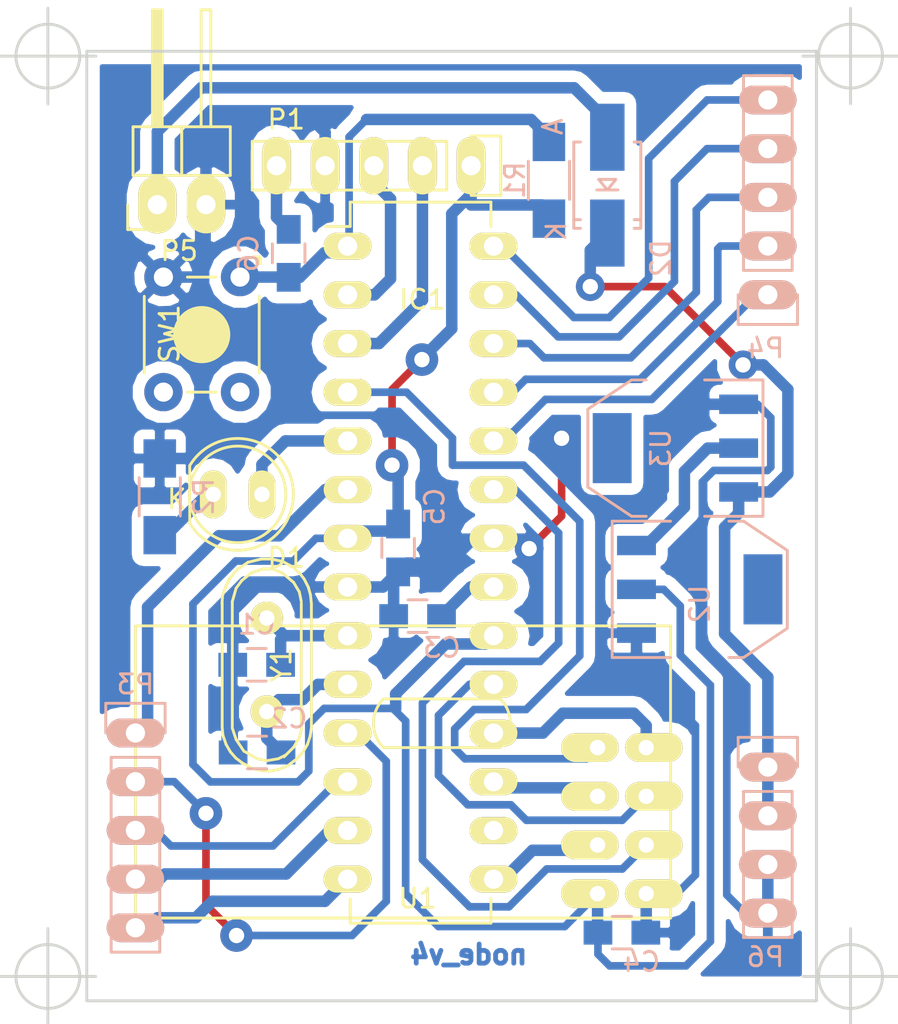
<source format=kicad_pcb>
(kicad_pcb (version 4) (host pcbnew no-bzr-product)

  (general
    (links 56)
    (no_connects 0)
    (area 68.874 35.152999 115.784 88.987)
    (thickness 1.6)
    (drawings 9)
    (tracks 334)
    (zones 0)
    (modules 21)
    (nets 32)
  )

  (page A4)
  (layers
    (0 F.Cu signal)
    (31 B.Cu signal)
    (32 B.Adhes user hide)
    (33 F.Adhes user hide)
    (34 B.Paste user hide)
    (35 F.Paste user hide)
    (36 B.SilkS user)
    (37 F.SilkS user)
    (38 B.Mask user hide)
    (39 F.Mask user hide)
    (40 Dwgs.User user hide)
    (41 Cmts.User user hide)
    (42 Eco1.User user hide)
    (43 Eco2.User user hide)
    (44 Edge.Cuts user)
    (45 Margin user)
    (46 B.CrtYd user)
    (47 F.CrtYd user hide)
    (48 B.Fab user hide)
    (49 F.Fab user hide)
  )

  (setup
    (last_trace_width 0.4)
    (user_trace_width 0.6)
    (user_trace_width 0.8)
    (user_trace_width 1)
    (trace_clearance 0.3)
    (zone_clearance 0.6)
    (zone_45_only no)
    (trace_min 0.4)
    (segment_width 0.2)
    (edge_width 0.15)
    (via_size 1.7)
    (via_drill 0.8)
    (via_min_size 0.4)
    (via_min_drill 0.3)
    (user_via 1.2 0.8)
    (user_via 1.5 1)
    (uvia_size 0.3)
    (uvia_drill 0.1)
    (uvias_allowed no)
    (uvia_min_size 0.2)
    (uvia_min_drill 0.1)
    (pcb_text_width 0.3)
    (pcb_text_size 1.5 1.5)
    (mod_edge_width 0.15)
    (mod_text_size 1 1)
    (mod_text_width 0.15)
    (pad_size 1.524 1.524)
    (pad_drill 0.762)
    (pad_to_mask_clearance 0.2)
    (aux_axis_origin 0 0)
    (grid_origin 84.836 48.387)
    (visible_elements 7FFFFFFF)
    (pcbplotparams
      (layerselection 0x01040_ffffffff)
      (usegerberextensions false)
      (excludeedgelayer true)
      (linewidth 0.100000)
      (plotframeref false)
      (viasonmask true)
      (mode 1)
      (useauxorigin false)
      (hpglpennumber 1)
      (hpglpenspeed 20)
      (hpglpendiameter 15)
      (psnegative false)
      (psa4output false)
      (plotreference true)
      (plotvalue true)
      (plotinvisibletext false)
      (padsonsilk false)
      (subtractmaskfromsilk false)
      (outputformat 1)
      (mirror false)
      (drillshape 0)
      (scaleselection 1)
      (outputdirectory gerber))
  )

  (net 0 "")
  (net 1 +5V)
  (net 2 /~RESET)
  (net 3 GND)
  (net 4 /CE)
  (net 5 /CSN)
  (net 6 /SCK)
  (net 7 /MOSI)
  (net 8 /MISO)
  (net 9 /IRQ)
  (net 10 /RX)
  (net 11 /TX)
  (net 12 /OSC1)
  (net 13 /OSC2)
  (net 14 "Net-(IC1-Pad16)")
  (net 15 "Net-(C3-Pad1)")
  (net 16 VCC)
  (net 17 /LED1)
  (net 18 "Net-(D1-Pad1)")
  (net 19 /IO-1)
  (net 20 /IO-2)
  (net 21 /IO-3)
  (net 22 /IO-4)
  (net 23 /IO-5)
  (net 24 /IO-6)
  (net 25 /IO-7)
  (net 26 /IO-8)
  (net 27 /IO-9)
  (net 28 /IO-10)
  (net 29 +12V)
  (net 30 /Vin)
  (net 31 "Net-(C6-Pad1)")

  (net_class Default "This is the default net class."
    (clearance 0.3)
    (trace_width 0.4)
    (via_dia 1.7)
    (via_drill 0.8)
    (uvia_dia 0.3)
    (uvia_drill 0.1)
    (add_net +12V)
    (add_net +5V)
    (add_net /CE)
    (add_net /CSN)
    (add_net /IO-1)
    (add_net /IO-10)
    (add_net /IO-2)
    (add_net /IO-3)
    (add_net /IO-4)
    (add_net /IO-5)
    (add_net /IO-6)
    (add_net /IO-7)
    (add_net /IO-8)
    (add_net /IO-9)
    (add_net /IRQ)
    (add_net /LED1)
    (add_net /MISO)
    (add_net /MOSI)
    (add_net /OSC1)
    (add_net /OSC2)
    (add_net /RX)
    (add_net /SCK)
    (add_net /TX)
    (add_net /Vin)
    (add_net /~RESET)
    (add_net GND)
    (add_net "Net-(C3-Pad1)")
    (add_net "Net-(C6-Pad1)")
    (add_net "Net-(D1-Pad1)")
    (add_net "Net-(IC1-Pad16)")
    (add_net VCC)
  )

  (net_class net1 ""
    (clearance 0.4)
    (trace_width 0.6)
    (via_dia 1.7)
    (via_drill 0.8)
    (uvia_dia 0.3)
    (uvia_drill 0.1)
  )

  (module Pin_Headers:Pin_Header_Straight_1x05 (layer B.Cu) (tedit 5763A6C8) (tstamp 5761602F)
    (at 108.966 50.927)
    (descr "Through hole pin header")
    (tags "pin header")
    (path /576180BF)
    (fp_text reference P4 (at -0.127 2.794) (layer B.SilkS)
      (effects (font (size 1 1) (thickness 0.15)) (justify mirror))
    )
    (fp_text value CONN_01X05 (at 2.667 -4.953 90) (layer B.Fab)
      (effects (font (size 1 1) (thickness 0.15)) (justify mirror))
    )
    (fp_line (start -1.55 0) (end -1.55 1.55) (layer B.SilkS) (width 0.15))
    (fp_line (start -1.55 1.55) (end 1.55 1.55) (layer B.SilkS) (width 0.15))
    (fp_line (start 1.55 1.55) (end 1.55 0) (layer B.SilkS) (width 0.15))
    (fp_line (start -1.75 1.75) (end -1.75 -11.95) (layer B.CrtYd) (width 0.05))
    (fp_line (start 1.75 1.75) (end 1.75 -11.95) (layer B.CrtYd) (width 0.05))
    (fp_line (start -1.75 1.75) (end 1.75 1.75) (layer B.CrtYd) (width 0.05))
    (fp_line (start -1.75 -11.95) (end 1.75 -11.95) (layer B.CrtYd) (width 0.05))
    (fp_line (start 1.27 -1.27) (end 1.27 -11.43) (layer B.SilkS) (width 0.15))
    (fp_line (start 1.27 -11.43) (end -1.27 -11.43) (layer B.SilkS) (width 0.15))
    (fp_line (start -1.27 -11.43) (end -1.27 -1.27) (layer B.SilkS) (width 0.15))
    (fp_line (start 1.27 -1.27) (end -1.27 -1.27) (layer B.SilkS) (width 0.15))
    (pad 1 thru_hole oval (at 0 0) (size 3 1.5) (drill 1) (layers *.Cu *.Mask B.SilkS)
      (net 24 /IO-6))
    (pad 2 thru_hole oval (at 0 -2.54) (size 3 1.5) (drill 1) (layers *.Cu *.Mask B.SilkS)
      (net 25 /IO-7))
    (pad 3 thru_hole oval (at 0 -5.08) (size 3 1.5) (drill 1) (layers *.Cu *.Mask B.SilkS)
      (net 26 /IO-8))
    (pad 4 thru_hole oval (at 0 -7.62) (size 3 1.5) (drill 1) (layers *.Cu *.Mask B.SilkS)
      (net 27 /IO-9))
    (pad 5 thru_hole oval (at 0 -10.16) (size 3 1.5) (drill 1) (layers *.Cu *.Mask B.SilkS)
      (net 28 /IO-10))
    (model Pin_Headers.3dshapes/Pin_Header_Straight_1x05.wrl
      (at (xyz 0 -0.2 0))
      (scale (xyz 1 1 1))
      (rotate (xyz 0 0 90))
    )
  )

  (module Pin_Headers:Pin_Header_Straight_1x04 (layer B.Cu) (tedit 5763A6F4) (tstamp 5762F71E)
    (at 108.966 75.565 180)
    (descr "Through hole pin header")
    (tags "pin header")
    (path /57622EE2)
    (fp_text reference P6 (at 0.127 -9.906 180) (layer B.SilkS)
      (effects (font (size 1 1) (thickness 0.15)) (justify mirror))
    )
    (fp_text value COMMON_1 (at 2.54 -3.302 270) (layer B.Fab)
      (effects (font (size 1 1) (thickness 0.15)) (justify mirror))
    )
    (fp_line (start -1.75 1.75) (end -1.75 -9.4) (layer B.CrtYd) (width 0.05))
    (fp_line (start 1.75 1.75) (end 1.75 -9.4) (layer B.CrtYd) (width 0.05))
    (fp_line (start -1.75 1.75) (end 1.75 1.75) (layer B.CrtYd) (width 0.05))
    (fp_line (start -1.75 -9.4) (end 1.75 -9.4) (layer B.CrtYd) (width 0.05))
    (fp_line (start -1.27 -1.27) (end -1.27 -8.89) (layer B.SilkS) (width 0.15))
    (fp_line (start 1.27 -1.27) (end 1.27 -8.89) (layer B.SilkS) (width 0.15))
    (fp_line (start 1.55 1.55) (end 1.55 0) (layer B.SilkS) (width 0.15))
    (fp_line (start -1.27 -8.89) (end 1.27 -8.89) (layer B.SilkS) (width 0.15))
    (fp_line (start 1.27 -1.27) (end -1.27 -1.27) (layer B.SilkS) (width 0.15))
    (fp_line (start -1.55 0) (end -1.55 1.55) (layer B.SilkS) (width 0.15))
    (fp_line (start -1.55 1.55) (end 1.55 1.55) (layer B.SilkS) (width 0.15))
    (pad 1 thru_hole oval (at 0 0 180) (size 3 1.5) (drill 1) (layers *.Cu *.Mask B.SilkS)
      (net 29 +12V))
    (pad 2 thru_hole oval (at 0 -2.54 180) (size 3 1.5) (drill 1) (layers *.Cu *.Mask B.SilkS)
      (net 29 +12V))
    (pad 3 thru_hole oval (at 0 -5.08 180) (size 3 1.5) (drill 1) (layers *.Cu *.Mask B.SilkS)
      (net 3 GND))
    (pad 4 thru_hole oval (at 0 -7.62 180) (size 3 1.5) (drill 1) (layers *.Cu *.Mask B.SilkS)
      (net 3 GND))
    (model Pin_Headers.3dshapes/Pin_Header_Straight_1x04.wrl
      (at (xyz 0 -0.15 0))
      (scale (xyz 1 1 1))
      (rotate (xyz 0 0 90))
    )
  )

  (module Nrf_Module:Nrf2401+ (layer F.Cu) (tedit 5763A92E) (tstamp 5760D68D)
    (at 102.616 82.169 180)
    (tags nrf24)
    (path /5760CD47)
    (attr smd)
    (fp_text reference U1 (at 11.938 -0.254) (layer F.SilkS)
      (effects (font (size 1 1) (thickness 0.15)))
    )
    (fp_text value Nrf2401+ (at 5.334 6.096 90) (layer F.Fab)
      (effects (font (size 1 1) (thickness 0.15)))
    )
    (fp_line (start 7.62 10.16) (end 13.716 10.16) (layer F.SilkS) (width 0.15))
    (fp_line (start 7.62 7.62) (end 13.716 7.62) (layer F.SilkS) (width 0.15))
    (fp_arc (start 12.446 8.89) (end 13.716 7.62) (angle 90) (layer F.SilkS) (width 0.15))
    (fp_arc (start 8.89 8.89) (end 7.62 10.16) (angle 90) (layer F.SilkS) (width 0.15))
    (fp_line (start -1.27 13.97) (end 26.67 13.97) (layer F.SilkS) (width 0.15))
    (fp_line (start 26.67 13.97) (end 26.67 -1.27) (layer F.SilkS) (width 0.15))
    (fp_line (start -1.27 -1.27) (end -1.27 13.97) (layer F.SilkS) (width 0.15))
    (fp_line (start -1.27 -1.27) (end 26.67 -1.27) (layer F.SilkS) (width 0.15))
    (pad 1 thru_hole oval (at 0 0 180) (size 3 1.5) (drill 0.8 (offset -0.4 0)) (layers *.Cu *.Mask F.SilkS)
      (net 3 GND))
    (pad 3 thru_hole oval (at 0 2.54 180) (size 3 1.5) (drill 0.8 (offset -0.4 0)) (layers *.Cu *.Mask F.SilkS)
      (net 4 /CE))
    (pad 2 thru_hole oval (at 2.54 0 180) (size 3 1.5) (drill 0.8 (offset 0.4 0)) (layers *.Cu *.Mask F.SilkS)
      (net 16 VCC))
    (pad 4 thru_hole oval (at 2.54 2.54 180) (size 3 1.5) (drill 0.8 (offset 0.4 0)) (layers *.Cu *.Mask F.SilkS)
      (net 5 /CSN))
    (pad 5 thru_hole oval (at 0 5.08 180) (size 3 1.5) (drill 0.8 (offset -0.4 0)) (layers *.Cu *.Mask F.SilkS)
      (net 6 /SCK))
    (pad 6 thru_hole oval (at 2.54 5.08 180) (size 3 1.5) (drill 0.8 (offset 0.4 0)) (layers *.Cu *.Mask F.SilkS)
      (net 7 /MOSI))
    (pad 7 thru_hole oval (at 0 7.62 180) (size 3 1.5) (drill 0.8 (offset -0.4 0)) (layers *.Cu *.Mask F.SilkS)
      (net 8 /MISO))
    (pad 8 thru_hole oval (at 2.54 7.62 180) (size 3 1.5) (drill 0.8 (offset 0.4 0)) (layers *.Cu *.Mask F.SilkS)
      (net 9 /IRQ))
  )

  (module TO_SOT_Packages_SMD:SOT-223 (layer B.Cu) (tedit 5763BE24) (tstamp 5760D925)
    (at 105.41 66.294 90)
    (descr "module CMS SOT223 4 pins")
    (tags "CMS SOT")
    (path /5760D4B7)
    (attr smd)
    (fp_text reference U2 (at -0.762 0 90) (layer B.SilkS)
      (effects (font (size 1 1) (thickness 0.15)) (justify mirror))
    )
    (fp_text value LD1117S33TR (at -4.572 0.381 -180) (layer B.Fab)
      (effects (font (size 1 1) (thickness 0.15)) (justify mirror))
    )
    (fp_line (start -3.556 -1.524) (end -3.556 -4.572) (layer B.SilkS) (width 0.15))
    (fp_line (start -3.556 -4.572) (end 3.556 -4.572) (layer B.SilkS) (width 0.15))
    (fp_line (start 3.556 -4.572) (end 3.556 -1.524) (layer B.SilkS) (width 0.15))
    (fp_line (start -3.556 1.524) (end -3.556 2.286) (layer B.SilkS) (width 0.15))
    (fp_line (start -3.556 2.286) (end -2.032 4.572) (layer B.SilkS) (width 0.15))
    (fp_line (start -2.032 4.572) (end 2.032 4.572) (layer B.SilkS) (width 0.15))
    (fp_line (start 2.032 4.572) (end 3.556 2.286) (layer B.SilkS) (width 0.15))
    (fp_line (start 3.556 2.286) (end 3.556 1.524) (layer B.SilkS) (width 0.15))
    (pad 4 smd rect (at 0 3.302 90) (size 3.6576 2.032) (layers B.Cu B.Paste B.Mask))
    (pad 2 smd rect (at 0 -3.302 90) (size 1.016 2.032) (layers B.Cu B.Paste B.Mask)
      (net 16 VCC))
    (pad 3 smd rect (at 2.286 -3.302 90) (size 1.016 2.032) (layers B.Cu B.Paste B.Mask)
      (net 1 +5V))
    (pad 1 smd rect (at -2.286 -3.302 90) (size 1.016 2.032) (layers B.Cu B.Paste B.Mask)
      (net 3 GND))
    (model TO_SOT_Packages_SMD.3dshapes/SOT-223.wrl
      (at (xyz 0 0 0))
      (scale (xyz 0.4 0.4 0.4))
      (rotate (xyz 0 0 0))
    )
  )

  (module Buttons_Switches_ThroughHole:SW_TH_Tactile_Omron_B3F-10xx (layer F.Cu) (tedit 57629831) (tstamp 5762C8DF)
    (at 81.407 50.007 270)
    (descr SW_TH_Tactile_Omron_B3F-10xx)
    (tags "Omron B3F-10xx")
    (path /5762919E)
    (fp_text reference SW1 (at 2.952 3.683 270) (layer F.SilkS)
      (effects (font (size 1 1) (thickness 0.15)))
    )
    (fp_text value RESET (at 2.952 1.778 270) (layer F.Fab)
      (effects (font (size 1 1) (thickness 0.15)))
    )
    (fp_line (start -0.95 -1) (end -0.95 -0.9) (layer F.SilkS) (width 0.15))
    (fp_line (start -1.05 -1.05) (end -0.7 -1.05) (layer F.SilkS) (width 0.15))
    (fp_arc (start 0 0) (end -1.05 -0.7) (angle 22.61986495) (layer F.SilkS) (width 0.15))
    (fp_line (start -1.05 -1.05) (end -1.05 -0.7) (layer F.SilkS) (width 0.15))
    (fp_line (start 7.15 -1.15) (end 0.45 -1.15) (layer F.CrtYd) (width 0.05))
    (fp_line (start 7.15 5.15) (end 7.15 -1.15) (layer F.CrtYd) (width 0.05))
    (fp_line (start -1.15 5.15) (end 7.15 5.15) (layer F.CrtYd) (width 0.05))
    (fp_line (start -1.15 0) (end -1.15 5.15) (layer F.CrtYd) (width 0.05))
    (fp_line (start -1.15 -1.15) (end 0.45 -1.15) (layer F.CrtYd) (width 0.05))
    (fp_line (start -1.15 0) (end -1.15 -1.15) (layer F.CrtYd) (width 0.05))
    (fp_circle (center 3 2) (end 4 3) (layer F.SilkS) (width 0.15))
    (fp_line (start 1 5) (end 5 5) (layer F.SilkS) (width 0.15))
    (fp_line (start 1 -1) (end 5 -1) (layer F.SilkS) (width 0.15))
    (fp_line (start 0 2.75) (end 0 1.25) (layer F.SilkS) (width 0.15))
    (fp_line (start 6 1.25) (end 6 2.75) (layer F.SilkS) (width 0.15))
    (fp_line (start 0 2) (end 0 2) (layer F.SilkS) (width 0))
    (fp_line (start 5 5) (end 1 5) (layer F.SilkS) (width 0))
    (fp_line (start 5 -1) (end 1 -1) (layer F.SilkS) (width 0))
    (fp_line (start 6 2) (end 6 2) (layer F.SilkS) (width 0))
    (fp_circle (center 3 2) (end 4 3) (layer F.SilkS) (width 0))
    (pad 3 thru_hole circle (at 6 4 270) (size 2 2) (drill 1) (layers *.Cu *.Mask))
    (pad 2 thru_hole circle (at 0 4 270) (size 2 2) (drill 1) (layers *.Cu *.Mask)
      (net 3 GND))
    (pad 4 thru_hole circle (at 6 0 270) (size 2 2) (drill 1) (layers *.Cu *.Mask))
    (pad 1 thru_hole circle (at 0 0 270) (size 2 2) (drill 1) (layers *.Cu *.Mask)
      (net 2 /~RESET))
  )

  (module Diodes_SMD:SMA_Handsoldering (layer B.Cu) (tedit 552FF1AB) (tstamp 57626BAA)
    (at 100.584 45.212 90)
    (descr "Diode SMA Handsoldering")
    (tags "Diode SMA Handsoldering")
    (path /57617947)
    (attr smd)
    (fp_text reference D2 (at -3.81 2.794 90) (layer B.SilkS)
      (effects (font (size 1 1) (thickness 0.15)) (justify mirror))
    )
    (fp_text value 1N4004 (at 0.762 2.921 -90) (layer B.Fab)
      (effects (font (size 1 1) (thickness 0.15)) (justify mirror))
    )
    (fp_line (start -4.5 2) (end 4.5 2) (layer B.CrtYd) (width 0.05))
    (fp_line (start 4.5 2) (end 4.5 -2) (layer B.CrtYd) (width 0.05))
    (fp_line (start 4.5 -2) (end -4.5 -2) (layer B.CrtYd) (width 0.05))
    (fp_line (start -4.5 -2) (end -4.5 2) (layer B.CrtYd) (width 0.05))
    (fp_line (start -0.25 0) (end 0.3 0.45) (layer B.SilkS) (width 0.15))
    (fp_line (start 0.3 0.45) (end 0.3 -0.45) (layer B.SilkS) (width 0.15))
    (fp_line (start 0.3 -0.45) (end -0.25 0) (layer B.SilkS) (width 0.15))
    (fp_line (start -0.25 0.55) (end -0.25 -0.55) (layer B.SilkS) (width 0.15))
    (fp_text user K (at -2.413 -2.667 90) (layer B.SilkS)
      (effects (font (size 1 1) (thickness 0.15)) (justify mirror))
    )
    (fp_text user A (at 3.05 -2.85 90) (layer B.SilkS)
      (effects (font (size 1 1) (thickness 0.15)) (justify mirror))
    )
    (fp_line (start -1.79914 -1.75006) (end -1.79914 -1.39954) (layer B.SilkS) (width 0.15))
    (fp_line (start -1.79914 1.75006) (end -1.79914 1.39954) (layer B.SilkS) (width 0.15))
    (fp_line (start 2.25044 -1.75006) (end 2.25044 -1.39954) (layer B.SilkS) (width 0.15))
    (fp_line (start -2.25044 -1.75006) (end -2.25044 -1.39954) (layer B.SilkS) (width 0.15))
    (fp_line (start -2.25044 1.75006) (end -2.25044 1.39954) (layer B.SilkS) (width 0.15))
    (fp_line (start 2.25044 1.75006) (end 2.25044 1.39954) (layer B.SilkS) (width 0.15))
    (fp_line (start -2.25044 -1.75006) (end 2.25044 -1.75006) (layer B.SilkS) (width 0.15))
    (fp_line (start -2.25044 1.75006) (end 2.25044 1.75006) (layer B.SilkS) (width 0.15))
    (pad 1 smd rect (at -2.49936 0 90) (size 3.50012 1.80086) (layers B.Cu B.Paste B.Mask)
      (net 29 +12V))
    (pad 2 smd rect (at 2.49936 0 90) (size 3.50012 1.80086) (layers B.Cu B.Paste B.Mask)
      (net 30 /Vin))
    (model Diodes_SMD.3dshapes/SMA_Handsoldering.wrl
      (at (xyz 0 0 0))
      (scale (xyz 0.3937 0.3937 0.3937))
      (rotate (xyz 0 0 180))
    )
  )

  (module Resistors_SMD:R_1206_HandSoldering (layer B.Cu) (tedit 5418A20D) (tstamp 57600DB1)
    (at 97.536 44.958 90)
    (descr "Resistor SMD 1206, hand soldering")
    (tags "resistor 1206")
    (path /575FB23D)
    (attr smd)
    (fp_text reference R1 (at 0 -1.778 90) (layer B.SilkS)
      (effects (font (size 1 1) (thickness 0.15)) (justify mirror))
    )
    (fp_text value 1k (at 0 0 90) (layer B.Fab)
      (effects (font (size 1 1) (thickness 0.15)) (justify mirror))
    )
    (fp_line (start -3.3 1.2) (end 3.3 1.2) (layer B.CrtYd) (width 0.05))
    (fp_line (start -3.3 -1.2) (end 3.3 -1.2) (layer B.CrtYd) (width 0.05))
    (fp_line (start -3.3 1.2) (end -3.3 -1.2) (layer B.CrtYd) (width 0.05))
    (fp_line (start 3.3 1.2) (end 3.3 -1.2) (layer B.CrtYd) (width 0.05))
    (fp_line (start 1 -1.075) (end -1 -1.075) (layer B.SilkS) (width 0.15))
    (fp_line (start -1 1.075) (end 1 1.075) (layer B.SilkS) (width 0.15))
    (pad 1 smd rect (at -2 0 90) (size 2 1.7) (layers B.Cu B.Paste B.Mask)
      (net 16 VCC))
    (pad 2 smd rect (at 2 0 90) (size 2 1.7) (layers B.Cu B.Paste B.Mask)
      (net 2 /~RESET))
    (model Resistors_SMD.3dshapes/R_1206_HandSoldering.wrl
      (at (xyz 0 0 0))
      (scale (xyz 1 1 1))
      (rotate (xyz 0 0 0))
    )
  )

  (module Pin_Headers:Pin_Header_Angled_1x02 (layer F.Cu) (tedit 57628537) (tstamp 576257D0)
    (at 77.089 46.228 90)
    (descr "Through hole pin header")
    (tags "pin header")
    (path /57616DDE)
    (fp_text reference P5 (at -2.413 1.143 180) (layer F.SilkS)
      (effects (font (size 1 1) (thickness 0.15)))
    )
    (fp_text value PWR_IN (at 0 -3.1 90) (layer F.Fab)
      (effects (font (size 1 1) (thickness 0.15)))
    )
    (fp_line (start -1.5 -1.75) (end -1.5 4.3) (layer F.CrtYd) (width 0.05))
    (fp_line (start 10.65 -1.75) (end 10.65 4.3) (layer F.CrtYd) (width 0.05))
    (fp_line (start -1.5 -1.75) (end 10.65 -1.75) (layer F.CrtYd) (width 0.05))
    (fp_line (start -1.5 4.3) (end 10.65 4.3) (layer F.CrtYd) (width 0.05))
    (fp_line (start -1.3 -1.55) (end -1.3 0) (layer F.SilkS) (width 0.15))
    (fp_line (start 0 -1.55) (end -1.3 -1.55) (layer F.SilkS) (width 0.15))
    (fp_line (start 4.191 -0.127) (end 10.033 -0.127) (layer F.SilkS) (width 0.15))
    (fp_line (start 10.033 -0.127) (end 10.033 0.127) (layer F.SilkS) (width 0.15))
    (fp_line (start 10.033 0.127) (end 4.191 0.127) (layer F.SilkS) (width 0.15))
    (fp_line (start 4.191 0.127) (end 4.191 0) (layer F.SilkS) (width 0.15))
    (fp_line (start 4.191 0) (end 10.033 0) (layer F.SilkS) (width 0.15))
    (fp_line (start 1.524 -0.254) (end 1.143 -0.254) (layer F.SilkS) (width 0.15))
    (fp_line (start 1.524 0.254) (end 1.143 0.254) (layer F.SilkS) (width 0.15))
    (fp_line (start 1.524 2.286) (end 1.143 2.286) (layer F.SilkS) (width 0.15))
    (fp_line (start 1.524 2.794) (end 1.143 2.794) (layer F.SilkS) (width 0.15))
    (fp_line (start 1.524 -1.27) (end 4.064 -1.27) (layer F.SilkS) (width 0.15))
    (fp_line (start 1.524 1.27) (end 4.064 1.27) (layer F.SilkS) (width 0.15))
    (fp_line (start 1.524 1.27) (end 1.524 3.81) (layer F.SilkS) (width 0.15))
    (fp_line (start 1.524 3.81) (end 4.064 3.81) (layer F.SilkS) (width 0.15))
    (fp_line (start 4.064 2.286) (end 10.16 2.286) (layer F.SilkS) (width 0.15))
    (fp_line (start 10.16 2.286) (end 10.16 2.794) (layer F.SilkS) (width 0.15))
    (fp_line (start 10.16 2.794) (end 4.064 2.794) (layer F.SilkS) (width 0.15))
    (fp_line (start 4.064 3.81) (end 4.064 1.27) (layer F.SilkS) (width 0.15))
    (fp_line (start 4.064 1.27) (end 4.064 -1.27) (layer F.SilkS) (width 0.15))
    (fp_line (start 10.16 0.254) (end 4.064 0.254) (layer F.SilkS) (width 0.15))
    (fp_line (start 10.16 -0.254) (end 10.16 0.254) (layer F.SilkS) (width 0.15))
    (fp_line (start 4.064 -0.254) (end 10.16 -0.254) (layer F.SilkS) (width 0.15))
    (fp_line (start 1.524 1.27) (end 4.064 1.27) (layer F.SilkS) (width 0.15))
    (fp_line (start 1.524 -1.27) (end 1.524 1.27) (layer F.SilkS) (width 0.15))
    (pad 1 thru_hole oval (at 0 0 90) (size 3 2) (drill 1) (layers *.Cu *.Mask F.SilkS)
      (net 30 /Vin))
    (pad 2 thru_hole oval (at 0 2.54 90) (size 3 2) (drill 1) (layers *.Cu *.Mask F.SilkS)
      (net 3 GND))
    (model Pin_Headers.3dshapes/Pin_Header_Angled_1x02.wrl
      (at (xyz 0 -0.05 0))
      (scale (xyz 1 1 1))
      (rotate (xyz 0 0 90))
    )
  )

  (module Capacitors_SMD:C_0805_HandSoldering (layer B.Cu) (tedit 541A9B8D) (tstamp 576A21F8)
    (at 83.947 48.768 270)
    (descr "Capacitor SMD 0805, hand soldering")
    (tags "capacitor 0805")
    (path /576A291D)
    (attr smd)
    (fp_text reference C6 (at 0 2.1 270) (layer B.SilkS)
      (effects (font (size 1 1) (thickness 0.15)) (justify mirror))
    )
    (fp_text value .1uF (at 0 -2.1 270) (layer B.Fab)
      (effects (font (size 1 1) (thickness 0.15)) (justify mirror))
    )
    (fp_line (start -2.3 1) (end 2.3 1) (layer B.CrtYd) (width 0.05))
    (fp_line (start -2.3 -1) (end 2.3 -1) (layer B.CrtYd) (width 0.05))
    (fp_line (start -2.3 1) (end -2.3 -1) (layer B.CrtYd) (width 0.05))
    (fp_line (start 2.3 1) (end 2.3 -1) (layer B.CrtYd) (width 0.05))
    (fp_line (start 0.5 0.85) (end -0.5 0.85) (layer B.SilkS) (width 0.15))
    (fp_line (start -0.5 -0.85) (end 0.5 -0.85) (layer B.SilkS) (width 0.15))
    (pad 1 smd rect (at -1.25 0 270) (size 1.5 1.25) (layers B.Cu B.Paste B.Mask)
      (net 31 "Net-(C6-Pad1)"))
    (pad 2 smd rect (at 1.25 0 270) (size 1.5 1.25) (layers B.Cu B.Paste B.Mask)
      (net 2 /~RESET))
    (model Capacitors_SMD.3dshapes/C_0805_HandSoldering.wrl
      (at (xyz 0 0 0))
      (scale (xyz 1 1 1))
      (rotate (xyz 0 0 0))
    )
  )

  (module Pin_Headers:Pin_Header_Straight_1x05 (layer B.Cu) (tedit 5763A741) (tstamp 576158FC)
    (at 75.946 73.787 180)
    (descr "Through hole pin header")
    (tags "pin header")
    (path /576166C0)
    (fp_text reference P3 (at 0 2.54 180) (layer B.SilkS)
      (effects (font (size 1 1) (thickness 0.15)) (justify mirror))
    )
    (fp_text value CONN_01X05 (at 2.794 -5.08 270) (layer B.Fab)
      (effects (font (size 1 1) (thickness 0.15)) (justify mirror))
    )
    (fp_line (start -1.55 0) (end -1.55 1.55) (layer B.SilkS) (width 0.15))
    (fp_line (start -1.55 1.55) (end 1.55 1.55) (layer B.SilkS) (width 0.15))
    (fp_line (start 1.55 1.55) (end 1.55 0) (layer B.SilkS) (width 0.15))
    (fp_line (start -1.75 1.75) (end -1.75 -11.95) (layer B.CrtYd) (width 0.05))
    (fp_line (start 1.75 1.75) (end 1.75 -11.95) (layer B.CrtYd) (width 0.05))
    (fp_line (start -1.75 1.75) (end 1.75 1.75) (layer B.CrtYd) (width 0.05))
    (fp_line (start -1.75 -11.95) (end 1.75 -11.95) (layer B.CrtYd) (width 0.05))
    (fp_line (start 1.27 -1.27) (end 1.27 -11.43) (layer B.SilkS) (width 0.15))
    (fp_line (start 1.27 -11.43) (end -1.27 -11.43) (layer B.SilkS) (width 0.15))
    (fp_line (start -1.27 -11.43) (end -1.27 -1.27) (layer B.SilkS) (width 0.15))
    (fp_line (start 1.27 -1.27) (end -1.27 -1.27) (layer B.SilkS) (width 0.15))
    (pad 1 thru_hole oval (at 0 0 180) (size 3 1.5) (drill 1) (layers *.Cu *.Mask B.SilkS)
      (net 19 /IO-1))
    (pad 2 thru_hole oval (at 0 -2.54 180) (size 3 1.5) (drill 1) (layers *.Cu *.Mask B.SilkS)
      (net 20 /IO-2))
    (pad 3 thru_hole oval (at 0 -5.08 180) (size 3 1.5) (drill 1) (layers *.Cu *.Mask B.SilkS)
      (net 21 /IO-3))
    (pad 4 thru_hole oval (at 0 -7.62 180) (size 3 1.5) (drill 1) (layers *.Cu *.Mask B.SilkS)
      (net 22 /IO-4))
    (pad 5 thru_hole oval (at 0 -10.16 180) (size 3 1.5) (drill 1) (layers *.Cu *.Mask B.SilkS)
      (net 23 /IO-5))
    (model Pin_Headers.3dshapes/Pin_Header_Straight_1x05.wrl
      (at (xyz 0 -0.2 0))
      (scale (xyz 1 1 1))
      (rotate (xyz 0 0 90))
    )
  )

  (module Housings_DIP:DIP-28_W7.62mm_LongPads (layer F.Cu) (tedit 57625947) (tstamp 57600E19)
    (at 87.022449 48.392239)
    (descr "28-lead dip package, row spacing 7.62 mm (300 mils), longer pads")
    (tags "dil dip 2.54 300")
    (path /575FAF83)
    (fp_text reference IC1 (at 3.909551 2.788761) (layer F.SilkS)
      (effects (font (size 1 1) (thickness 0.15)))
    )
    (fp_text value ATMEGA328-P (at 3.909551 -1.529239) (layer F.Fab)
      (effects (font (size 1 1) (thickness 0.15)))
    )
    (fp_line (start -1.4 -2.45) (end -1.4 35.5) (layer F.CrtYd) (width 0.05))
    (fp_line (start 9 -2.45) (end 9 35.5) (layer F.CrtYd) (width 0.05))
    (fp_line (start -1.4 -2.45) (end 9 -2.45) (layer F.CrtYd) (width 0.05))
    (fp_line (start -1.4 35.5) (end 9 35.5) (layer F.CrtYd) (width 0.05))
    (fp_line (start 0.135 -2.295) (end 0.135 -1.025) (layer F.SilkS) (width 0.15))
    (fp_line (start 7.485 -2.295) (end 7.485 -1.025) (layer F.SilkS) (width 0.15))
    (fp_line (start 7.485 35.315) (end 7.485 34.045) (layer F.SilkS) (width 0.15))
    (fp_line (start 0.135 35.315) (end 0.135 34.045) (layer F.SilkS) (width 0.15))
    (fp_line (start 0.135 -2.295) (end 7.485 -2.295) (layer F.SilkS) (width 0.15))
    (fp_line (start 0.135 35.315) (end 7.485 35.315) (layer F.SilkS) (width 0.15))
    (fp_line (start 0.135 -1.025) (end -1.15 -1.025) (layer F.SilkS) (width 0.15))
    (pad 1 thru_hole oval (at 0 0) (size 2.5 1.4) (drill 1) (layers *.Cu *.Mask F.SilkS)
      (net 2 /~RESET))
    (pad 2 thru_hole oval (at 0 2.54) (size 2.5 1.4) (drill 1) (layers *.Cu *.Mask F.SilkS)
      (net 10 /RX))
    (pad 3 thru_hole oval (at 0 5.08) (size 2.5 1.4) (drill 1) (layers *.Cu *.Mask F.SilkS)
      (net 11 /TX))
    (pad 4 thru_hole oval (at 0 7.62) (size 2.5 1.4) (drill 1) (layers *.Cu *.Mask F.SilkS)
      (net 9 /IRQ))
    (pad 5 thru_hole oval (at 0 10.16) (size 2.5 1.4) (drill 1) (layers *.Cu *.Mask F.SilkS)
      (net 17 /LED1))
    (pad 6 thru_hole oval (at 0 12.7) (size 2.5 1.4) (drill 1) (layers *.Cu *.Mask F.SilkS)
      (net 19 /IO-1))
    (pad 7 thru_hole oval (at 0 15.24) (size 2.5 1.4) (drill 1) (layers *.Cu *.Mask F.SilkS)
      (net 16 VCC))
    (pad 8 thru_hole oval (at 0 17.78) (size 2.5 1.4) (drill 1) (layers *.Cu *.Mask F.SilkS)
      (net 3 GND))
    (pad 9 thru_hole oval (at 0 20.32) (size 2.5 1.4) (drill 1) (layers *.Cu *.Mask F.SilkS)
      (net 12 /OSC1))
    (pad 10 thru_hole oval (at 0 22.86) (size 2.5 1.4) (drill 1) (layers *.Cu *.Mask F.SilkS)
      (net 13 /OSC2))
    (pad 11 thru_hole oval (at 0 25.4) (size 2.5 1.4) (drill 1) (layers *.Cu *.Mask F.SilkS)
      (net 20 /IO-2))
    (pad 12 thru_hole oval (at 0 27.94) (size 2.5 1.4) (drill 1) (layers *.Cu *.Mask F.SilkS)
      (net 21 /IO-3))
    (pad 13 thru_hole oval (at 0 30.48) (size 2.5 1.4) (drill 1) (layers *.Cu *.Mask F.SilkS)
      (net 22 /IO-4))
    (pad 14 thru_hole oval (at 0 33.02) (size 2.5 1.4) (drill 1) (layers *.Cu *.Mask F.SilkS)
      (net 23 /IO-5))
    (pad 15 thru_hole oval (at 7.62 33.02) (size 2.5 1.4) (drill 1) (layers *.Cu *.Mask F.SilkS)
      (net 5 /CSN))
    (pad 16 thru_hole oval (at 7.62 30.48) (size 2.5 1.4) (drill 1) (layers *.Cu *.Mask F.SilkS)
      (net 14 "Net-(IC1-Pad16)"))
    (pad 17 thru_hole oval (at 7.62 27.94) (size 2.5 1.4) (drill 1) (layers *.Cu *.Mask F.SilkS)
      (net 7 /MOSI))
    (pad 18 thru_hole oval (at 7.62 25.4) (size 2.5 1.4) (drill 1) (layers *.Cu *.Mask F.SilkS)
      (net 8 /MISO))
    (pad 19 thru_hole oval (at 7.62 22.86) (size 2.5 1.4) (drill 1) (layers *.Cu *.Mask F.SilkS)
      (net 6 /SCK))
    (pad 20 thru_hole oval (at 7.62 20.32) (size 2.5 1.4) (drill 1) (layers *.Cu *.Mask F.SilkS)
      (net 16 VCC))
    (pad 21 thru_hole oval (at 7.62 17.78) (size 2.5 1.4) (drill 1) (layers *.Cu *.Mask F.SilkS)
      (net 15 "Net-(C3-Pad1)"))
    (pad 22 thru_hole oval (at 7.62 15.24) (size 2.5 1.4) (drill 1) (layers *.Cu *.Mask F.SilkS)
      (net 3 GND))
    (pad 23 thru_hole oval (at 7.62 12.7) (size 2.5 1.4) (drill 1) (layers *.Cu *.Mask F.SilkS)
      (net 4 /CE))
    (pad 24 thru_hole oval (at 7.62 10.16) (size 2.5 1.4) (drill 1) (layers *.Cu *.Mask F.SilkS)
      (net 24 /IO-6))
    (pad 25 thru_hole oval (at 7.62 7.62) (size 2.5 1.4) (drill 1) (layers *.Cu *.Mask F.SilkS)
      (net 25 /IO-7))
    (pad 26 thru_hole oval (at 7.62 5.08) (size 2.5 1.4) (drill 1) (layers *.Cu *.Mask F.SilkS)
      (net 26 /IO-8))
    (pad 27 thru_hole oval (at 7.62 2.54) (size 2.5 1.4) (drill 1) (layers *.Cu *.Mask F.SilkS)
      (net 27 /IO-9))
    (pad 28 thru_hole oval (at 7.62 0) (size 2.5 1.4) (drill 1) (layers *.Cu *.Mask F.SilkS)
      (net 28 /IO-10))
    (model Housings_DIP.3dshapes/DIP-28_W7.62mm_LongPads.wrl
      (at (xyz 0 0 0))
      (scale (xyz 1 1 1))
      (rotate (xyz 0 0 0))
    )
  )

  (module Capacitors_SMD:C_0805_HandSoldering (layer B.Cu) (tedit 541A9B8D) (tstamp 57600F50)
    (at 90.678 67.691 180)
    (descr "Capacitor SMD 0805, hand soldering")
    (tags "capacitor 0805")
    (path /575FC024)
    (attr smd)
    (fp_text reference C3 (at -1.27 -1.651 180) (layer B.SilkS)
      (effects (font (size 1 1) (thickness 0.15)) (justify mirror))
    )
    (fp_text value .1uF (at 1.143 -1.651 180) (layer B.Fab)
      (effects (font (size 1 1) (thickness 0.15)) (justify mirror))
    )
    (fp_line (start -2.3 1) (end 2.3 1) (layer B.CrtYd) (width 0.05))
    (fp_line (start -2.3 -1) (end 2.3 -1) (layer B.CrtYd) (width 0.05))
    (fp_line (start -2.3 1) (end -2.3 -1) (layer B.CrtYd) (width 0.05))
    (fp_line (start 2.3 1) (end 2.3 -1) (layer B.CrtYd) (width 0.05))
    (fp_line (start 0.5 0.85) (end -0.5 0.85) (layer B.SilkS) (width 0.15))
    (fp_line (start -0.5 -0.85) (end 0.5 -0.85) (layer B.SilkS) (width 0.15))
    (pad 1 smd rect (at -1.25 0 180) (size 1.5 1.25) (layers B.Cu B.Paste B.Mask)
      (net 15 "Net-(C3-Pad1)"))
    (pad 2 smd rect (at 1.25 0 180) (size 1.5 1.25) (layers B.Cu B.Paste B.Mask)
      (net 3 GND))
    (model Capacitors_SMD.3dshapes/C_0805_HandSoldering.wrl
      (at (xyz 0 0 0))
      (scale (xyz 1 1 1))
      (rotate (xyz 0 0 0))
    )
  )

  (module Crystals:Crystal_HC49-U_Vertical (layer F.Cu) (tedit 576293BA) (tstamp 57600E90)
    (at 82.804 70.231 270)
    (descr "Crystal Quarz HC49/U vertical stehend")
    (tags "Crystal Quarz HC49/U vertical stehend")
    (path /575FFE81)
    (fp_text reference Y1 (at 0 -0.762 270) (layer F.SilkS)
      (effects (font (size 1 1) (thickness 0.15)))
    )
    (fp_text value 8MHZ (at 0.254 -1.397 270) (layer F.Fab)
      (effects (font (size 1 1) (thickness 0.15)))
    )
    (fp_line (start 4.699 -1.00076) (end 4.89966 -0.59944) (layer F.SilkS) (width 0.15))
    (fp_line (start 4.89966 -0.59944) (end 5.00126 0) (layer F.SilkS) (width 0.15))
    (fp_line (start 5.00126 0) (end 4.89966 0.50038) (layer F.SilkS) (width 0.15))
    (fp_line (start 4.89966 0.50038) (end 4.50088 1.19888) (layer F.SilkS) (width 0.15))
    (fp_line (start 4.50088 1.19888) (end 3.8989 1.6002) (layer F.SilkS) (width 0.15))
    (fp_line (start 3.8989 1.6002) (end 3.29946 1.80086) (layer F.SilkS) (width 0.15))
    (fp_line (start 3.29946 1.80086) (end -3.29946 1.80086) (layer F.SilkS) (width 0.15))
    (fp_line (start -3.29946 1.80086) (end -4.0005 1.6002) (layer F.SilkS) (width 0.15))
    (fp_line (start -4.0005 1.6002) (end -4.39928 1.30048) (layer F.SilkS) (width 0.15))
    (fp_line (start -4.39928 1.30048) (end -4.8006 0.8001) (layer F.SilkS) (width 0.15))
    (fp_line (start -4.8006 0.8001) (end -5.00126 0.20066) (layer F.SilkS) (width 0.15))
    (fp_line (start -5.00126 0.20066) (end -5.00126 -0.29972) (layer F.SilkS) (width 0.15))
    (fp_line (start -5.00126 -0.29972) (end -4.8006 -0.8001) (layer F.SilkS) (width 0.15))
    (fp_line (start -4.8006 -0.8001) (end -4.30022 -1.39954) (layer F.SilkS) (width 0.15))
    (fp_line (start -4.30022 -1.39954) (end -3.79984 -1.69926) (layer F.SilkS) (width 0.15))
    (fp_line (start -3.79984 -1.69926) (end -3.29946 -1.80086) (layer F.SilkS) (width 0.15))
    (fp_line (start -3.2004 -1.80086) (end 3.40106 -1.80086) (layer F.SilkS) (width 0.15))
    (fp_line (start 3.40106 -1.80086) (end 3.79984 -1.69926) (layer F.SilkS) (width 0.15))
    (fp_line (start 3.79984 -1.69926) (end 4.30022 -1.39954) (layer F.SilkS) (width 0.15))
    (fp_line (start 4.30022 -1.39954) (end 4.8006 -0.89916) (layer F.SilkS) (width 0.15))
    (fp_line (start -3.19024 -2.32918) (end -3.64998 -2.28092) (layer F.SilkS) (width 0.15))
    (fp_line (start -3.64998 -2.28092) (end -4.04876 -2.16916) (layer F.SilkS) (width 0.15))
    (fp_line (start -4.04876 -2.16916) (end -4.48056 -1.95072) (layer F.SilkS) (width 0.15))
    (fp_line (start -4.48056 -1.95072) (end -4.77012 -1.71958) (layer F.SilkS) (width 0.15))
    (fp_line (start -4.77012 -1.71958) (end -5.10032 -1.36906) (layer F.SilkS) (width 0.15))
    (fp_line (start -5.10032 -1.36906) (end -5.38988 -0.83058) (layer F.SilkS) (width 0.15))
    (fp_line (start -5.38988 -0.83058) (end -5.51942 -0.23114) (layer F.SilkS) (width 0.15))
    (fp_line (start -5.51942 -0.23114) (end -5.51942 0.2794) (layer F.SilkS) (width 0.15))
    (fp_line (start -5.51942 0.2794) (end -5.34924 0.98044) (layer F.SilkS) (width 0.15))
    (fp_line (start -5.34924 0.98044) (end -4.95046 1.56972) (layer F.SilkS) (width 0.15))
    (fp_line (start -4.95046 1.56972) (end -4.49072 1.94056) (layer F.SilkS) (width 0.15))
    (fp_line (start -4.49072 1.94056) (end -4.06908 2.14884) (layer F.SilkS) (width 0.15))
    (fp_line (start -4.06908 2.14884) (end -3.6195 2.30886) (layer F.SilkS) (width 0.15))
    (fp_line (start -3.6195 2.30886) (end -3.18008 2.33934) (layer F.SilkS) (width 0.15))
    (fp_line (start 4.16052 2.1209) (end 4.53898 1.89992) (layer F.SilkS) (width 0.15))
    (fp_line (start 4.53898 1.89992) (end 4.85902 1.62052) (layer F.SilkS) (width 0.15))
    (fp_line (start 4.85902 1.62052) (end 5.11048 1.29032) (layer F.SilkS) (width 0.15))
    (fp_line (start 5.11048 1.29032) (end 5.4102 0.73914) (layer F.SilkS) (width 0.15))
    (fp_line (start 5.4102 0.73914) (end 5.51942 0.26924) (layer F.SilkS) (width 0.15))
    (fp_line (start 5.51942 0.26924) (end 5.53974 -0.1905) (layer F.SilkS) (width 0.15))
    (fp_line (start 5.53974 -0.1905) (end 5.45084 -0.65024) (layer F.SilkS) (width 0.15))
    (fp_line (start 5.45084 -0.65024) (end 5.26034 -1.09982) (layer F.SilkS) (width 0.15))
    (fp_line (start 5.26034 -1.09982) (end 4.89966 -1.56972) (layer F.SilkS) (width 0.15))
    (fp_line (start 4.89966 -1.56972) (end 4.54914 -1.88976) (layer F.SilkS) (width 0.15))
    (fp_line (start 4.54914 -1.88976) (end 4.16052 -2.1209) (layer F.SilkS) (width 0.15))
    (fp_line (start 4.16052 -2.1209) (end 3.73126 -2.2606) (layer F.SilkS) (width 0.15))
    (fp_line (start 3.73126 -2.2606) (end 3.2893 -2.32918) (layer F.SilkS) (width 0.15))
    (fp_line (start -3.2004 2.32918) (end 3.2512 2.32918) (layer F.SilkS) (width 0.15))
    (fp_line (start 3.2512 2.32918) (end 3.6703 2.29108) (layer F.SilkS) (width 0.15))
    (fp_line (start 3.6703 2.29108) (end 4.16052 2.1209) (layer F.SilkS) (width 0.15))
    (fp_line (start -3.2004 -2.32918) (end 3.2512 -2.32918) (layer F.SilkS) (width 0.15))
    (pad 1 thru_hole circle (at -2.44094 0 270) (size 1.7 1.7) (drill 0.8001) (layers *.Cu *.Mask F.SilkS)
      (net 12 /OSC1))
    (pad 2 thru_hole circle (at 2.44094 0 270) (size 1.7 1.7) (drill 0.8001) (layers *.Cu *.Mask F.SilkS)
      (net 13 /OSC2))
  )

  (module Pin_Headers:Pin_Header_Straight_1x05 (layer F.Cu) (tedit 5763A7D3) (tstamp 576124E9)
    (at 93.472 44.196 270)
    (descr "Through hole pin header")
    (tags "pin header")
    (path /57611B5C)
    (fp_text reference P1 (at -2.413 9.652) (layer F.SilkS)
      (effects (font (size 1 1) (thickness 0.15)))
    )
    (fp_text value Serial (at -2.413 1.27) (layer F.Fab)
      (effects (font (size 1 1) (thickness 0.15)))
    )
    (fp_line (start -1.55 0) (end -1.55 -1.55) (layer F.SilkS) (width 0.15))
    (fp_line (start -1.55 -1.55) (end 1.55 -1.55) (layer F.SilkS) (width 0.15))
    (fp_line (start 1.55 -1.55) (end 1.55 0) (layer F.SilkS) (width 0.15))
    (fp_line (start -1.75 -1.75) (end -1.75 11.95) (layer F.CrtYd) (width 0.05))
    (fp_line (start 1.75 -1.75) (end 1.75 11.95) (layer F.CrtYd) (width 0.05))
    (fp_line (start -1.75 -1.75) (end 1.75 -1.75) (layer F.CrtYd) (width 0.05))
    (fp_line (start -1.75 11.95) (end 1.75 11.95) (layer F.CrtYd) (width 0.05))
    (fp_line (start 1.27 1.27) (end 1.27 11.43) (layer F.SilkS) (width 0.15))
    (fp_line (start 1.27 11.43) (end -1.27 11.43) (layer F.SilkS) (width 0.15))
    (fp_line (start -1.27 11.43) (end -1.27 1.27) (layer F.SilkS) (width 0.15))
    (fp_line (start 1.27 1.27) (end -1.27 1.27) (layer F.SilkS) (width 0.15))
    (pad 1 thru_hole oval (at 0 0 270) (size 3 1.5) (drill 1) (layers *.Cu *.Mask F.SilkS)
      (net 16 VCC))
    (pad 2 thru_hole oval (at 0 2.54 270) (size 3 1.5) (drill 1) (layers *.Cu *.Mask F.SilkS)
      (net 11 /TX))
    (pad 3 thru_hole oval (at 0 5.08 270) (size 3 1.5) (drill 1) (layers *.Cu *.Mask F.SilkS)
      (net 10 /RX))
    (pad 4 thru_hole oval (at 0 7.62 270) (size 3 1.5) (drill 1) (layers *.Cu *.Mask F.SilkS)
      (net 3 GND))
    (pad 5 thru_hole oval (at 0 10.16 270) (size 3 1.5) (drill 1) (layers *.Cu *.Mask F.SilkS)
      (net 31 "Net-(C6-Pad1)"))
    (model Pin_Headers.3dshapes/Pin_Header_Straight_1x05.wrl
      (at (xyz 0 -0.2 0))
      (scale (xyz 1 1 1))
      (rotate (xyz 0 0 90))
    )
  )

  (module Capacitors_SMD:C_0805_HandSoldering (layer B.Cu) (tedit 541A9B8D) (tstamp 57600F72)
    (at 101.346 84.201 180)
    (descr "Capacitor SMD 0805, hand soldering")
    (tags "capacitor 0805")
    (path /575FBCDC)
    (attr smd)
    (fp_text reference C4 (at -1.016 -1.524 180) (layer B.SilkS)
      (effects (font (size 1 1) (thickness 0.15)) (justify mirror))
    )
    (fp_text value .1uF (at 1.905 -1.524 180) (layer B.Fab)
      (effects (font (size 1 1) (thickness 0.15)) (justify mirror))
    )
    (fp_line (start -2.3 1) (end 2.3 1) (layer B.CrtYd) (width 0.05))
    (fp_line (start -2.3 -1) (end 2.3 -1) (layer B.CrtYd) (width 0.05))
    (fp_line (start -2.3 1) (end -2.3 -1) (layer B.CrtYd) (width 0.05))
    (fp_line (start 2.3 1) (end 2.3 -1) (layer B.CrtYd) (width 0.05))
    (fp_line (start 0.5 0.85) (end -0.5 0.85) (layer B.SilkS) (width 0.15))
    (fp_line (start -0.5 -0.85) (end 0.5 -0.85) (layer B.SilkS) (width 0.15))
    (pad 1 smd rect (at -1.25 0 180) (size 1.5 1.25) (layers B.Cu B.Paste B.Mask)
      (net 3 GND))
    (pad 2 smd rect (at 1.25 0 180) (size 1.5 1.25) (layers B.Cu B.Paste B.Mask)
      (net 16 VCC))
    (model Capacitors_SMD.3dshapes/C_0805_HandSoldering.wrl
      (at (xyz 0 0 0))
      (scale (xyz 1 1 1))
      (rotate (xyz 0 0 0))
    )
  )

  (module Resistors_SMD:R_1206_HandSoldering (layer B.Cu) (tedit 5418A20D) (tstamp 57614C8F)
    (at 77.216 61.468 90)
    (descr "Resistor SMD 1206, hand soldering")
    (tags "resistor 1206")
    (path /5761371F)
    (attr smd)
    (fp_text reference R2 (at 0 2.3 90) (layer B.SilkS)
      (effects (font (size 1 1) (thickness 0.15)) (justify mirror))
    )
    (fp_text value 100 (at 0 -2.3 90) (layer B.Fab)
      (effects (font (size 1 1) (thickness 0.15)) (justify mirror))
    )
    (fp_line (start -3.3 1.2) (end 3.3 1.2) (layer B.CrtYd) (width 0.05))
    (fp_line (start -3.3 -1.2) (end 3.3 -1.2) (layer B.CrtYd) (width 0.05))
    (fp_line (start -3.3 1.2) (end -3.3 -1.2) (layer B.CrtYd) (width 0.05))
    (fp_line (start 3.3 1.2) (end 3.3 -1.2) (layer B.CrtYd) (width 0.05))
    (fp_line (start 1 -1.075) (end -1 -1.075) (layer B.SilkS) (width 0.15))
    (fp_line (start -1 1.075) (end 1 1.075) (layer B.SilkS) (width 0.15))
    (pad 1 smd rect (at -2 0 90) (size 2 1.7) (layers B.Cu B.Paste B.Mask)
      (net 18 "Net-(D1-Pad1)"))
    (pad 2 smd rect (at 2 0 90) (size 2 1.7) (layers B.Cu B.Paste B.Mask)
      (net 3 GND))
    (model Resistors_SMD.3dshapes/R_1206_HandSoldering.wrl
      (at (xyz 0 0 0))
      (scale (xyz 1 1 1))
      (rotate (xyz 0 0 0))
    )
  )

  (module LEDs:LED-5MM placed (layer F.Cu) (tedit 57635943) (tstamp 57613589)
    (at 80.01 61.341)
    (descr "LED 5mm round vertical")
    (tags "LED 5mm round vertical")
    (path /5761315F)
    (fp_text reference D1 (at 3.81 3.302) (layer F.SilkS)
      (effects (font (size 1 1) (thickness 0.15)))
    )
    (fp_text value Led_Small (at 1.016 -2.286) (layer F.Fab)
      (effects (font (size 1 1) (thickness 0.15)))
    )
    (fp_line (start -1.5 -1.55) (end -1.5 1.55) (layer F.CrtYd) (width 0.05))
    (fp_arc (start 1.3 0) (end -1.5 1.55) (angle -302) (layer F.CrtYd) (width 0.05))
    (fp_arc (start 1.27 0) (end -1.23 -1.5) (angle 297.5) (layer F.SilkS) (width 0.15))
    (fp_line (start -1.23 1.5) (end -1.23 -1.5) (layer F.SilkS) (width 0.15))
    (fp_circle (center 1.27 0) (end 0.97 -2.5) (layer F.SilkS) (width 0.15))
    (fp_text user K (at -1.905 0.254) (layer F.SilkS)
      (effects (font (size 1 1) (thickness 0.15)))
    )
    (pad 1 thru_hole oval (at 0 0 90) (size 2.5 1.4) (drill 0.8) (layers *.Cu *.Mask F.SilkS)
      (net 18 "Net-(D1-Pad1)"))
    (pad 2 thru_hole oval (at 2.54 0 90) (size 2.5 1.4) (drill 0.8) (layers *.Cu *.Mask F.SilkS)
      (net 17 /LED1))
    (model LEDs.3dshapes/LED-5MM.wrl
      (at (xyz 0.05 0 0))
      (scale (xyz 1 1 1))
      (rotate (xyz 0 0 90))
    )
  )

  (module Capacitors_SMD:C_0805_HandSoldering (layer B.Cu) (tedit 541A9B8D) (tstamp 576016F1)
    (at 89.662 64.135 270)
    (descr "Capacitor SMD 0805, hand soldering")
    (tags "capacitor 0805")
    (path /57600D60)
    (attr smd)
    (fp_text reference C5 (at -2.159 -1.905 270) (layer B.SilkS)
      (effects (font (size 1 1) (thickness 0.15)) (justify mirror))
    )
    (fp_text value .1uF (at 0.508 -1.905 270) (layer B.Fab)
      (effects (font (size 1 1) (thickness 0.15)) (justify mirror))
    )
    (fp_line (start -2.3 1) (end 2.3 1) (layer B.CrtYd) (width 0.05))
    (fp_line (start -2.3 -1) (end 2.3 -1) (layer B.CrtYd) (width 0.05))
    (fp_line (start -2.3 1) (end -2.3 -1) (layer B.CrtYd) (width 0.05))
    (fp_line (start 2.3 1) (end 2.3 -1) (layer B.CrtYd) (width 0.05))
    (fp_line (start 0.5 0.85) (end -0.5 0.85) (layer B.SilkS) (width 0.15))
    (fp_line (start -0.5 -0.85) (end 0.5 -0.85) (layer B.SilkS) (width 0.15))
    (pad 1 smd rect (at -1.25 0 270) (size 1.5 1.25) (layers B.Cu B.Paste B.Mask)
      (net 16 VCC))
    (pad 2 smd rect (at 1.25 0 270) (size 1.5 1.25) (layers B.Cu B.Paste B.Mask)
      (net 3 GND))
    (model Capacitors_SMD.3dshapes/C_0805_HandSoldering.wrl
      (at (xyz 0 0 0))
      (scale (xyz 1 1 1))
      (rotate (xyz 0 0 0))
    )
  )

  (module Capacitors_SMD:C_0805_HandSoldering (layer B.Cu) (tedit 541A9B8D) (tstamp 57600F0C)
    (at 82.276 70.231 180)
    (descr "Capacitor SMD 0805, hand soldering")
    (tags "capacitor 0805")
    (path /575FFEBC)
    (attr smd)
    (fp_text reference C1 (at 0 2.1 180) (layer B.SilkS)
      (effects (font (size 1 1) (thickness 0.15)) (justify mirror))
    )
    (fp_text value 22pF (at 3.302 0.381 270) (layer B.Fab)
      (effects (font (size 1 1) (thickness 0.15)) (justify mirror))
    )
    (fp_line (start -2.3 1) (end 2.3 1) (layer B.CrtYd) (width 0.05))
    (fp_line (start -2.3 -1) (end 2.3 -1) (layer B.CrtYd) (width 0.05))
    (fp_line (start -2.3 1) (end -2.3 -1) (layer B.CrtYd) (width 0.05))
    (fp_line (start 2.3 1) (end 2.3 -1) (layer B.CrtYd) (width 0.05))
    (fp_line (start 0.5 0.85) (end -0.5 0.85) (layer B.SilkS) (width 0.15))
    (fp_line (start -0.5 -0.85) (end 0.5 -0.85) (layer B.SilkS) (width 0.15))
    (pad 1 smd rect (at -1.25 0 180) (size 1.5 1.25) (layers B.Cu B.Paste B.Mask)
      (net 12 /OSC1))
    (pad 2 smd rect (at 1.25 0 180) (size 1.5 1.25) (layers B.Cu B.Paste B.Mask)
      (net 3 GND))
    (model Capacitors_SMD.3dshapes/C_0805_HandSoldering.wrl
      (at (xyz 0 0 0))
      (scale (xyz 1 1 1))
      (rotate (xyz 0 0 0))
    )
  )

  (module Capacitors_SMD:C_0805_HandSoldering (layer B.Cu) (tedit 541A9B8D) (tstamp 57600F2E)
    (at 82.296 74.803 180)
    (descr "Capacitor SMD 0805, hand soldering")
    (tags "capacitor 0805")
    (path /575FFF13)
    (attr smd)
    (fp_text reference C2 (at -1.651 1.778 180) (layer B.SilkS)
      (effects (font (size 1 1) (thickness 0.15)) (justify mirror))
    )
    (fp_text value 22pF (at 1.143 1.778 180) (layer B.Fab)
      (effects (font (size 1 1) (thickness 0.15)) (justify mirror))
    )
    (fp_line (start -2.3 1) (end 2.3 1) (layer B.CrtYd) (width 0.05))
    (fp_line (start -2.3 -1) (end 2.3 -1) (layer B.CrtYd) (width 0.05))
    (fp_line (start -2.3 1) (end -2.3 -1) (layer B.CrtYd) (width 0.05))
    (fp_line (start 2.3 1) (end 2.3 -1) (layer B.CrtYd) (width 0.05))
    (fp_line (start 0.5 0.85) (end -0.5 0.85) (layer B.SilkS) (width 0.15))
    (fp_line (start -0.5 -0.85) (end 0.5 -0.85) (layer B.SilkS) (width 0.15))
    (pad 1 smd rect (at -1.25 0 180) (size 1.5 1.25) (layers B.Cu B.Paste B.Mask)
      (net 13 /OSC2))
    (pad 2 smd rect (at 1.25 0 180) (size 1.5 1.25) (layers B.Cu B.Paste B.Mask)
      (net 3 GND))
    (model Capacitors_SMD.3dshapes/C_0805_HandSoldering.wrl
      (at (xyz 0 0 0))
      (scale (xyz 1 1 1))
      (rotate (xyz 0 0 0))
    )
  )

  (module TO_SOT_Packages_SMD:SOT-223 (layer B.Cu) (tedit 0) (tstamp 576A5910)
    (at 104.14 58.928 270)
    (descr "module CMS SOT223 4 pins")
    (tags "CMS SOT")
    (path /576A5B5B)
    (attr smd)
    (fp_text reference U3 (at 0 0.762 270) (layer B.SilkS)
      (effects (font (size 1 1) (thickness 0.15)) (justify mirror))
    )
    (fp_text value LD1117S50TR (at 0 -0.762 270) (layer B.Fab)
      (effects (font (size 1 1) (thickness 0.15)) (justify mirror))
    )
    (fp_line (start -3.556 -1.524) (end -3.556 -4.572) (layer B.SilkS) (width 0.15))
    (fp_line (start -3.556 -4.572) (end 3.556 -4.572) (layer B.SilkS) (width 0.15))
    (fp_line (start 3.556 -4.572) (end 3.556 -1.524) (layer B.SilkS) (width 0.15))
    (fp_line (start -3.556 1.524) (end -3.556 2.286) (layer B.SilkS) (width 0.15))
    (fp_line (start -3.556 2.286) (end -2.032 4.572) (layer B.SilkS) (width 0.15))
    (fp_line (start -2.032 4.572) (end 2.032 4.572) (layer B.SilkS) (width 0.15))
    (fp_line (start 2.032 4.572) (end 3.556 2.286) (layer B.SilkS) (width 0.15))
    (fp_line (start 3.556 2.286) (end 3.556 1.524) (layer B.SilkS) (width 0.15))
    (pad 4 smd rect (at 0 3.302 270) (size 3.6576 2.032) (layers B.Cu B.Paste B.Mask))
    (pad 2 smd rect (at 0 -3.302 270) (size 1.016 2.032) (layers B.Cu B.Paste B.Mask)
      (net 1 +5V))
    (pad 3 smd rect (at 2.286 -3.302 270) (size 1.016 2.032) (layers B.Cu B.Paste B.Mask)
      (net 29 +12V))
    (pad 1 smd rect (at -2.286 -3.302 270) (size 1.016 2.032) (layers B.Cu B.Paste B.Mask)
      (net 3 GND))
    (model TO_SOT_Packages_SMD.3dshapes/SOT-223.wrl
      (at (xyz 0 0 0))
      (scale (xyz 0.4 0.4 0.4))
      (rotate (xyz 0 0 0))
    )
  )

  (gr_line (start 73.406 38.227) (end 73.406 87.757) (layer Edge.Cuts) (width 0.15))
  (gr_line (start 111.506 38.227) (end 73.406 38.227) (layer Edge.Cuts) (width 0.15))
  (gr_line (start 111.506 87.757) (end 111.506 38.227) (layer Edge.Cuts) (width 0.15))
  (gr_line (start 73.406 87.757) (end 111.506 87.757) (layer Edge.Cuts) (width 0.15))
  (target plus (at 71.374 38.481) (size 5) (width 0.15) (layer Edge.Cuts) (tstamp 576A9893))
  (target plus (at 113.284 38.481) (size 5) (width 0.15) (layer Edge.Cuts) (tstamp 576A9891))
  (target plus (at 71.374 86.487) (size 5) (width 0.15) (layer Edge.Cuts) (tstamp 576A988E))
  (target plus (at 113.284 86.487) (size 5) (width 0.15) (layer Edge.Cuts))
  (gr_text node_v4 (at 93.345 85.344) (layer B.Cu)
    (effects (font (size 1 1) (thickness 0.25)) (justify mirror))
  )

  (segment (start 102.108 64.008) (end 102.616 64.008) (width 0.6) (layer B.Cu) (net 1))
  (segment (start 102.616 64.008) (end 104.609989 62.014011) (width 0.6) (layer B.Cu) (net 1))
  (segment (start 104.609989 62.014011) (end 104.609989 60.144011) (width 0.6) (layer B.Cu) (net 1))
  (segment (start 104.609989 60.144011) (end 105.826 58.928) (width 0.6) (layer B.Cu) (net 1))
  (segment (start 105.826 58.928) (end 107.442 58.928) (width 0.6) (layer B.Cu) (net 1))
  (segment (start 87.022449 48.392239) (end 87.10201 48.312678) (width 0.4) (layer B.Cu) (net 2))
  (segment (start 87.10201 48.312678) (end 87.10201 42.69148) (width 0.4) (layer B.Cu) (net 2))
  (segment (start 87.10201 42.69148) (end 88.010275 41.783215) (width 0.4) (layer B.Cu) (net 2))
  (segment (start 81.407 50.007) (end 83.936 50.007) (width 0.6) (layer B.Cu) (net 2))
  (segment (start 83.936 50.007) (end 83.947 50.018) (width 0.6) (layer B.Cu) (net 2))
  (segment (start 83.947 50.018) (end 84.524967 50.018) (width 0.6) (layer B.Cu) (net 2))
  (segment (start 84.524967 50.018) (end 85.803442 48.739525) (width 0.6) (layer B.Cu) (net 2))
  (segment (start 85.803442 48.739525) (end 86.675163 48.739525) (width 0.6) (layer B.Cu) (net 2))
  (segment (start 86.675163 48.739525) (end 87.022449 48.392239) (width 0.6) (layer B.Cu) (net 2))
  (segment (start 88.010275 41.783215) (end 96.597288 41.783215) (width 0.6) (layer B.Cu) (net 2))
  (segment (start 96.597288 41.783215) (end 97.536 42.721927) (width 0.6) (layer B.Cu) (net 2))
  (segment (start 97.536 42.721927) (end 97.536 42.958) (width 0.6) (layer B.Cu) (net 2))
  (segment (start 86.363605 48.392239) (end 87.022449 48.392239) (width 0.4) (layer B.Cu) (net 2))
  (segment (start 86.25299 48.392239) (end 87.022449 48.392239) (width 0.4) (layer B.Cu) (net 2))
  (segment (start 108.966 83.185) (end 107.776458 83.185) (width 0.4) (layer B.Cu) (net 3))
  (segment (start 107.776458 83.185) (end 106.822609 82.231151) (width 0.4) (layer B.Cu) (net 3))
  (segment (start 106.822609 82.231151) (end 106.822609 70.607472) (width 0.4) (layer B.Cu) (net 3))
  (segment (start 106.822609 70.607472) (end 105.546513 69.331376) (width 0.4) (layer B.Cu) (net 3))
  (segment (start 105.546513 69.331376) (end 105.546513 60.685485) (width 0.4) (layer B.Cu) (net 3))
  (segment (start 105.546513 60.685485) (end 106.140233 60.091765) (width 0.4) (layer B.Cu) (net 3))
  (segment (start 106.140233 60.091765) (end 108.947413 60.091765) (width 0.4) (layer B.Cu) (net 3))
  (segment (start 108.947413 60.091765) (end 109.120538 59.91864) (width 0.4) (layer B.Cu) (net 3))
  (segment (start 109.120538 59.91864) (end 109.120538 57.337504) (width 0.4) (layer B.Cu) (net 3))
  (segment (start 109.120538 57.337504) (end 108.425034 56.642) (width 0.4) (layer B.Cu) (net 3))
  (segment (start 108.425034 56.642) (end 107.442 56.642) (width 0.4) (layer B.Cu) (net 3))
  (segment (start 102.108 70.739) (end 102.526338 70.739) (width 0.4) (layer B.Cu) (net 3))
  (segment (start 102.526338 70.739) (end 105.186069 73.398731) (width 0.4) (layer B.Cu) (net 3))
  (segment (start 105.186069 73.398731) (end 105.186069 81.190904) (width 0.4) (layer B.Cu) (net 3))
  (segment (start 105.186069 81.190904) (end 104.207973 82.169) (width 0.4) (layer B.Cu) (net 3))
  (segment (start 104.207973 82.169) (end 102.616 82.169) (width 0.4) (layer B.Cu) (net 3))
  (segment (start 107.442 56.642) (end 104.696317 56.642) (width 0.6) (layer B.Cu) (net 3))
  (segment (start 103.505 61.087) (end 102.11906 62.47294) (width 0.6) (layer B.Cu) (net 3))
  (segment (start 104.696317 56.642) (end 103.505 57.833317) (width 0.6) (layer B.Cu) (net 3))
  (segment (start 103.505 57.833317) (end 103.505 61.087) (width 0.6) (layer B.Cu) (net 3))
  (segment (start 102.11906 62.47294) (end 101.10306 62.47294) (width 0.6) (layer B.Cu) (net 3))
  (segment (start 101.10306 62.47294) (end 100.24053 62.47294) (width 0.6) (layer B.Cu) (net 3))
  (segment (start 108.966 80.645) (end 108.966 83.185) (width 0.6) (layer B.Cu) (net 3))
  (segment (start 89.428 67.691) (end 89.428 65.619) (width 0.6) (layer B.Cu) (net 3))
  (segment (start 89.428 65.619) (end 89.662 65.385) (width 0.6) (layer B.Cu) (net 3))
  (segment (start 102.108 68.58) (end 102.108 70.739) (width 0.6) (layer B.Cu) (net 3))
  (segment (start 102.616 82.169) (end 102.616 84.181) (width 0.6) (layer B.Cu) (net 3))
  (segment (start 102.616 84.181) (end 102.596 84.201) (width 0.6) (layer B.Cu) (net 3))
  (segment (start 79.35143 53.086) (end 82.804 53.086) (width 0.6) (layer B.Cu) (net 3))
  (segment (start 82.804 53.086) (end 83.753218 54.035218) (width 0.6) (layer B.Cu) (net 3))
  (segment (start 83.753218 54.035218) (end 83.753218 56.256467) (width 0.6) (layer B.Cu) (net 3))
  (segment (start 83.753218 56.256467) (end 84.709 57.212249) (width 0.6) (layer B.Cu) (net 3))
  (segment (start 79.35143 53.086) (end 79.35143 50.007) (width 0.6) (layer B.Cu) (net 3))
  (segment (start 79.35143 58.78257) (end 79.35143 53.086) (width 0.6) (layer B.Cu) (net 3))
  (segment (start 77.216 59.468) (end 78.666 59.468) (width 0.6) (layer B.Cu) (net 3))
  (segment (start 78.666 59.468) (end 79.35143 58.78257) (width 0.6) (layer B.Cu) (net 3))
  (segment (start 77.407 50.007) (end 79.35143 50.007) (width 0.6) (layer B.Cu) (net 3))
  (segment (start 79.35143 50.007) (end 79.35143 46.50557) (width 0.6) (layer B.Cu) (net 3))
  (segment (start 79.35143 46.50557) (end 79.629 46.228) (width 0.6) (layer B.Cu) (net 3))
  (segment (start 79.629 46.228) (end 79.629 42.502342) (width 0.6) (layer B.Cu) (net 3))
  (segment (start 79.629 42.502342) (end 80.378725 41.752617) (width 0.6) (layer B.Cu) (net 3))
  (segment (start 80.378725 41.752617) (end 85.145693 41.752617) (width 0.6) (layer B.Cu) (net 3))
  (segment (start 85.145693 41.752617) (end 85.852 42.458924) (width 0.6) (layer B.Cu) (net 3))
  (segment (start 85.852 42.458924) (end 85.852 44.196) (width 0.6) (layer B.Cu) (net 3))
  (segment (start 84.709 57.212249) (end 89.719061 57.212249) (width 0.4) (layer B.Cu) (net 3))
  (segment (start 89.719061 57.212249) (end 91.455988 58.949176) (width 0.4) (layer B.Cu) (net 3))
  (segment (start 91.455988 58.949176) (end 91.455988 64.907825) (width 0.4) (layer B.Cu) (net 3))
  (segment (start 91.455988 64.907825) (end 91.44 64.923813) (width 0.4) (layer B.Cu) (net 3))
  (segment (start 79.52642 46.33058) (end 79.629 46.228) (width 0.4) (layer B.Cu) (net 3))
  (segment (start 98.196601 59.474386) (end 98.196601 58.413726) (width 0.4) (layer B.Cu) (net 3))
  (segment (start 98.196601 60.429011) (end 98.196601 59.474386) (width 0.4) (layer B.Cu) (net 3))
  (segment (start 100.24053 62.47294) (end 98.196601 60.429011) (width 0.4) (layer B.Cu) (net 3))
  (segment (start 98.196601 59.474386) (end 98.196601 58.413726) (width 0.4) (layer F.Cu) (net 3))
  (segment (start 98.196601 62.474466) (end 98.196601 59.474386) (width 0.4) (layer F.Cu) (net 3))
  (segment (start 96.501747 64.16932) (end 98.196601 62.474466) (width 0.4) (layer F.Cu) (net 3))
  (via (at 98.196601 58.413726) (size 1.5) (drill 0.8) (layers F.Cu B.Cu) (net 3))
  (segment (start 96.292449 63.632239) (end 96.501747 63.841537) (width 0.4) (layer B.Cu) (net 3))
  (segment (start 96.501747 63.841537) (end 96.501747 64.16932) (width 0.4) (layer B.Cu) (net 3))
  (segment (start 94.642449 63.632239) (end 96.292449 63.632239) (width 0.4) (layer B.Cu) (net 3))
  (via (at 96.501747 64.16932) (size 1.5) (drill 0.8) (layers F.Cu B.Cu) (net 3))
  (segment (start 100.838 70.739) (end 102.108 70.739) (width 0.4) (layer B.Cu) (net 3))
  (segment (start 100.24053 62.47294) (end 100.24053 70.14153) (width 0.4) (layer B.Cu) (net 3))
  (segment (start 100.24053 70.14153) (end 100.838 70.739) (width 0.4) (layer B.Cu) (net 3))
  (segment (start 81.026 69.006) (end 81.026 70.231) (width 0.6) (layer B.Cu) (net 3))
  (segment (start 87.022449 66.172239) (end 82.275819 66.172239) (width 0.6) (layer B.Cu) (net 3))
  (segment (start 81.026 67.422058) (end 81.026 69.006) (width 0.6) (layer B.Cu) (net 3))
  (segment (start 82.275819 66.172239) (end 81.026 67.422058) (width 0.6) (layer B.Cu) (net 3))
  (segment (start 90.123187 64.923813) (end 91.44 64.923813) (width 0.6) (layer B.Cu) (net 3))
  (segment (start 91.44 64.923813) (end 92.31994 64.923813) (width 0.6) (layer B.Cu) (net 3))
  (segment (start 89.662 65.385) (end 90.123187 64.923813) (width 0.6) (layer B.Cu) (net 3))
  (segment (start 92.31994 64.923813) (end 93.611514 63.632239) (width 0.6) (layer B.Cu) (net 3))
  (segment (start 93.611514 63.632239) (end 94.642449 63.632239) (width 0.6) (layer B.Cu) (net 3))
  (segment (start 87.022449 66.172239) (end 88.874761 66.172239) (width 0.6) (layer B.Cu) (net 3))
  (segment (start 88.874761 66.172239) (end 89.662 65.385) (width 0.6) (layer B.Cu) (net 3))
  (segment (start 81.046 74.803) (end 80.735513 74.492513) (width 0.6) (layer B.Cu) (net 3))
  (segment (start 80.735513 74.492513) (end 80.735513 70.521487) (width 0.6) (layer B.Cu) (net 3))
  (segment (start 80.735513 70.521487) (end 81.026 70.231) (width 0.6) (layer B.Cu) (net 3))
  (segment (start 86.535695 65.685485) (end 87.022449 66.172239) (width 0.4) (layer B.Cu) (net 3))
  (segment (start 94.974866 63.299822) (end 95.11387 63.438826) (width 0.6) (layer B.Cu) (net 3) (status 30))
  (segment (start 94.642449 63.632239) (end 94.974866 63.299822) (width 0.4) (layer B.Cu) (net 3) (status 30))
  (segment (start 86.920688 66.274) (end 87.022449 66.172239) (width 0.4) (layer B.Cu) (net 3) (status 30))
  (segment (start 87.022449 66.172239) (end 87.030973 66.180763) (width 0.4) (layer B.Cu) (net 3) (status 30))
  (segment (start 102.616 79.629) (end 101.36599 80.87901) (width 0.4) (layer B.Cu) (net 4))
  (segment (start 101.36599 80.87901) (end 97.422748 80.87901) (width 0.4) (layer B.Cu) (net 4))
  (segment (start 97.422748 80.87901) (end 95.448244 82.853514) (width 0.4) (layer B.Cu) (net 4))
  (segment (start 98.044 63.358131) (end 95.778108 61.092239) (width 0.4) (layer B.Cu) (net 4))
  (segment (start 95.448244 82.853514) (end 93.394514 82.853514) (width 0.4) (layer B.Cu) (net 4))
  (segment (start 93.394514 82.853514) (end 90.932 80.391) (width 0.4) (layer B.Cu) (net 4))
  (segment (start 90.932 80.391) (end 90.932 72.223704) (width 0.4) (layer B.Cu) (net 4))
  (segment (start 90.932 72.223704) (end 93.103475 70.052229) (width 0.4) (layer B.Cu) (net 4))
  (segment (start 93.103475 70.052229) (end 97.079771 70.052229) (width 0.4) (layer B.Cu) (net 4))
  (segment (start 97.079771 70.052229) (end 98.044 69.088) (width 0.4) (layer B.Cu) (net 4))
  (segment (start 98.044 69.088) (end 98.044 63.358131) (width 0.4) (layer B.Cu) (net 4))
  (segment (start 95.778108 61.092239) (end 94.642449 61.092239) (width 0.4) (layer B.Cu) (net 4))
  (segment (start 94.642449 81.412239) (end 95.167874 81.412239) (width 0.6) (layer B.Cu) (net 5))
  (segment (start 95.167874 81.412239) (end 96.674342 79.905771) (width 0.6) (layer B.Cu) (net 5))
  (segment (start 96.674342 79.905771) (end 99.799229 79.905771) (width 0.6) (layer B.Cu) (net 5))
  (segment (start 99.799229 79.905771) (end 100.076 79.629) (width 0.6) (layer B.Cu) (net 5))
  (segment (start 94.642449 81.412239) (end 94.819415 81.412239) (width 0.4) (layer B.Cu) (net 5))
  (segment (start 94.642449 81.412239) (end 94.092449 81.412239) (width 0.4) (layer B.Cu) (net 5) (status 30))
  (segment (start 93.385343 71.252239) (end 94.642449 71.252239) (width 0.4) (layer B.Cu) (net 6))
  (segment (start 91.770014 76.004856) (end 91.770014 72.867568) (width 0.4) (layer B.Cu) (net 6))
  (segment (start 93.297407 77.532249) (end 91.770014 76.004856) (width 0.4) (layer B.Cu) (net 6))
  (segment (start 96.35629 78.33901) (end 95.549529 77.532249) (width 0.4) (layer B.Cu) (net 6))
  (segment (start 91.770014 72.867568) (end 93.385343 71.252239) (width 0.4) (layer B.Cu) (net 6))
  (segment (start 95.549529 77.532249) (end 93.297407 77.532249) (width 0.4) (layer B.Cu) (net 6))
  (segment (start 101.36599 78.33901) (end 96.35629 78.33901) (width 0.4) (layer B.Cu) (net 6))
  (segment (start 102.616 77.089) (end 101.36599 78.33901) (width 0.4) (layer B.Cu) (net 6))
  (segment (start 94.642449 76.332239) (end 94.957967 76.647757) (width 0.6) (layer B.Cu) (net 7))
  (segment (start 94.957967 76.647757) (end 99.634757 76.647757) (width 0.6) (layer B.Cu) (net 7))
  (segment (start 99.634757 76.647757) (end 100.076 77.089) (width 0.6) (layer B.Cu) (net 7))
  (segment (start 95.192449 76.332239) (end 94.642449 76.332239) (width 0.4) (layer B.Cu) (net 7))
  (segment (start 94.642449 73.792239) (end 97.220568 73.792239) (width 0.6) (layer B.Cu) (net 8))
  (segment (start 97.220568 73.792239) (end 98.257454 72.755353) (width 0.6) (layer B.Cu) (net 8))
  (segment (start 98.257454 72.755353) (end 101.968817 72.755353) (width 0.6) (layer B.Cu) (net 8))
  (segment (start 101.968817 72.755353) (end 102.616 73.402536) (width 0.6) (layer B.Cu) (net 8))
  (segment (start 102.616 73.402536) (end 102.616 74.549) (width 0.6) (layer B.Cu) (net 8))
  (segment (start 87.022449 56.012239) (end 90.10156 56.012239) (width 0.4) (layer B.Cu) (net 9))
  (segment (start 92.615462 74.598718) (end 93.148973 75.132229) (width 0.4) (layer B.Cu) (net 9))
  (segment (start 90.10156 56.012239) (end 92.498504 58.409183) (width 0.4) (layer B.Cu) (net 9))
  (segment (start 92.498504 58.409183) (end 92.498504 59.817) (width 0.4) (layer B.Cu) (net 9))
  (segment (start 93.148973 75.132229) (end 99.492771 75.132229) (width 0.4) (layer B.Cu) (net 9))
  (segment (start 92.498504 59.817) (end 96.213049 59.817) (width 0.4) (layer B.Cu) (net 9))
  (segment (start 96.213049 59.817) (end 99.146282 62.750233) (width 0.4) (layer B.Cu) (net 9))
  (segment (start 99.146282 62.750233) (end 99.146282 69.762646) (width 0.4) (layer B.Cu) (net 9))
  (segment (start 99.492771 75.132229) (end 100.076 74.549) (width 0.4) (layer B.Cu) (net 9))
  (segment (start 99.146282 69.762646) (end 96.346445 72.562483) (width 0.4) (layer B.Cu) (net 9))
  (segment (start 96.346445 72.562483) (end 93.625135 72.562483) (width 0.4) (layer B.Cu) (net 9))
  (segment (start 93.625135 72.562483) (end 92.615462 73.572156) (width 0.4) (layer B.Cu) (net 9))
  (segment (start 92.615462 73.572156) (end 92.615462 74.598718) (width 0.4) (layer B.Cu) (net 9))
  (segment (start 88.392 44.196) (end 88.392 45.057136) (width 0.6) (layer B.Cu) (net 10))
  (segment (start 88.392 45.057136) (end 89.266149 45.931285) (width 0.6) (layer B.Cu) (net 10))
  (segment (start 89.266149 45.931285) (end 89.266149 50.094265) (width 0.6) (layer B.Cu) (net 10))
  (segment (start 89.266149 50.094265) (end 88.428175 50.932239) (width 0.6) (layer B.Cu) (net 10))
  (segment (start 88.428175 50.932239) (end 87.022449 50.932239) (width 0.6) (layer B.Cu) (net 10))
  (segment (start 90.932 44.196) (end 90.932 51.202383) (width 0.6) (layer B.Cu) (net 11))
  (segment (start 90.932 51.202383) (end 88.662144 53.472239) (width 0.6) (layer B.Cu) (net 11))
  (segment (start 88.662144 53.472239) (end 87.022449 53.472239) (width 0.6) (layer B.Cu) (net 11))
  (segment (start 83.526 70.231) (end 83.526 68.912418) (width 0.6) (layer B.Cu) (net 12))
  (segment (start 83.526 68.912418) (end 83.726179 68.712239) (width 0.6) (layer B.Cu) (net 12))
  (segment (start 87.022449 68.712239) (end 83.726179 68.712239) (width 0.6) (layer B.Cu) (net 12))
  (segment (start 83.726179 68.712239) (end 82.804 67.79006) (width 0.6) (layer B.Cu) (net 12))
  (segment (start 87.022449 68.712239) (end 86.372449 68.712239) (width 0.4) (layer B.Cu) (net 12) (status 30))
  (segment (start 82.804 72.67194) (end 83.428531 72.047409) (width 0.6) (layer B.Cu) (net 13))
  (segment (start 83.428531 72.047409) (end 84.677702 72.047409) (width 0.6) (layer B.Cu) (net 13))
  (segment (start 84.677702 72.047409) (end 85.472872 71.252239) (width 0.6) (layer B.Cu) (net 13))
  (segment (start 85.472872 71.252239) (end 87.022449 71.252239) (width 0.6) (layer B.Cu) (net 13))
  (segment (start 82.804 72.67194) (end 82.804 74.061) (width 0.6) (layer B.Cu) (net 13))
  (segment (start 82.804 74.061) (end 83.546 74.803) (width 0.6) (layer B.Cu) (net 13))
  (segment (start 94.642449 66.172239) (end 93.446761 66.172239) (width 0.6) (layer B.Cu) (net 15))
  (segment (start 93.446761 66.172239) (end 91.928 67.691) (width 0.6) (layer B.Cu) (net 15))
  (segment (start 95.013771 65.800917) (end 95.089319 65.876465) (width 0.6) (layer B.Cu) (net 15) (status 30))
  (segment (start 94.642449 66.172239) (end 95.013771 65.800917) (width 0.4) (layer B.Cu) (net 15) (status 30))
  (segment (start 87.022449 63.632239) (end 85.372449 63.632239) (width 0.4) (layer B.Cu) (net 16))
  (segment (start 85.372449 63.632239) (end 84.187306 64.817382) (width 0.4) (layer B.Cu) (net 16))
  (segment (start 84.187306 64.817382) (end 81.182917 64.817382) (width 0.4) (layer B.Cu) (net 16))
  (segment (start 81.182917 64.817382) (end 78.947613 67.052686) (width 0.4) (layer B.Cu) (net 16))
  (segment (start 84.998137 73.308727) (end 85.801897 72.504967) (width 0.4) (layer B.Cu) (net 16))
  (segment (start 85.801897 72.504967) (end 89.522967 72.504967) (width 0.4) (layer B.Cu) (net 16))
  (segment (start 89.522967 72.504967) (end 89.535 72.517) (width 0.4) (layer B.Cu) (net 16))
  (segment (start 78.947613 67.052686) (end 78.947613 75.427338) (width 0.4) (layer B.Cu) (net 16))
  (segment (start 78.947613 75.427338) (end 79.858188 76.337913) (width 0.4) (layer B.Cu) (net 16))
  (segment (start 79.858188 76.337913) (end 84.433112 76.337913) (width 0.4) (layer B.Cu) (net 16))
  (segment (start 84.433112 76.337913) (end 84.998137 75.772888) (width 0.4) (layer B.Cu) (net 16))
  (segment (start 84.998137 75.772888) (end 84.998137 73.308727) (width 0.4) (layer B.Cu) (net 16))
  (segment (start 102.108 66.294) (end 103.524 66.294) (width 0.4) (layer B.Cu) (net 16))
  (segment (start 103.524 66.294) (end 104.394 67.164) (width 0.4) (layer B.Cu) (net 16))
  (segment (start 104.394 67.164) (end 104.394 69.723) (width 0.4) (layer B.Cu) (net 16))
  (segment (start 104.394 69.723) (end 105.97024 71.29924) (width 0.4) (layer B.Cu) (net 16))
  (segment (start 105.97024 71.29924) (end 105.97024 84.65676) (width 0.4) (layer B.Cu) (net 16))
  (segment (start 105.97024 84.65676) (end 104.692902 85.934098) (width 0.4) (layer B.Cu) (net 16))
  (segment (start 104.692902 85.934098) (end 100.708395 85.934098) (width 0.4) (layer B.Cu) (net 16))
  (segment (start 100.708395 85.934098) (end 100.096 85.321703) (width 0.4) (layer B.Cu) (net 16))
  (segment (start 100.096 85.321703) (end 100.096 84.201) (width 0.4) (layer B.Cu) (net 16))
  (segment (start 97.536 46.958) (end 97.536 46.623685) (width 0.6) (layer B.Cu) (net 16))
  (segment (start 97.536 46.623685) (end 97.156067 46.243752) (width 0.6) (layer B.Cu) (net 16))
  (segment (start 97.156067 46.243752) (end 93.472 46.243752) (width 0.6) (layer B.Cu) (net 16))
  (segment (start 93.472 46.243752) (end 93.472 44.196) (width 0.6) (layer B.Cu) (net 16))
  (segment (start 94.642449 68.712239) (end 94.210596 69.144092) (width 0.6) (layer B.Cu) (net 16))
  (segment (start 92.135079 69.144092) (end 89.535 71.744171) (width 0.6) (layer B.Cu) (net 16))
  (segment (start 94.210596 69.144092) (end 92.135079 69.144092) (width 0.6) (layer B.Cu) (net 16))
  (segment (start 89.535 71.744171) (end 89.535 72.517) (width 0.6) (layer B.Cu) (net 16))
  (segment (start 89.535 72.644) (end 90.056108 73.165108) (width 0.4) (layer B.Cu) (net 16))
  (segment (start 90.056108 73.165108) (end 90.056108 82.170147) (width 0.4) (layer B.Cu) (net 16))
  (segment (start 89.535 72.517) (end 89.535 72.644) (width 0.4) (layer B.Cu) (net 16))
  (segment (start 90.904736 54.309651) (end 90.904736 54.256264) (width 0.6) (layer B.Cu) (net 16))
  (segment (start 90.904736 54.256264) (end 92.462059 52.698941) (width 0.6) (layer B.Cu) (net 16))
  (segment (start 92.462059 52.698941) (end 92.462059 46.701937) (width 0.6) (layer B.Cu) (net 16))
  (segment (start 92.462059 46.701937) (end 93.472 45.691996) (width 0.6) (layer B.Cu) (net 16))
  (segment (start 93.472 45.691996) (end 93.472 44.196) (width 0.6) (layer B.Cu) (net 16))
  (segment (start 90.054737 55.15965) (end 90.904736 54.309651) (width 0.4) (layer F.Cu) (net 16))
  (via (at 89.345067 59.816533) (size 1.7) (drill 0.8) (layers F.Cu B.Cu) (net 16))
  (segment (start 89.662 62.885) (end 89.662 60.133466) (width 0.6) (layer B.Cu) (net 16))
  (segment (start 89.662 60.133466) (end 89.345067 59.816533) (width 0.6) (layer B.Cu) (net 16))
  (via (at 90.904736 54.309651) (size 1.7) (drill 0.8) (layers F.Cu B.Cu) (net 16))
  (segment (start 89.345067 59.816533) (end 89.345067 55.86932) (width 0.4) (layer F.Cu) (net 16))
  (segment (start 89.345067 55.86932) (end 90.054737 55.15965) (width 0.4) (layer F.Cu) (net 16))
  (segment (start 100.076 82.169) (end 100.076 84.181) (width 0.6) (layer B.Cu) (net 16))
  (segment (start 100.076 84.181) (end 100.096 84.201) (width 0.6) (layer B.Cu) (net 16))
  (segment (start 90.056108 82.170147) (end 91.768251 83.88229) (width 0.4) (layer B.Cu) (net 16))
  (segment (start 91.768251 83.88229) (end 98.36271 83.88229) (width 0.4) (layer B.Cu) (net 16))
  (segment (start 98.36271 83.88229) (end 100.076 82.169) (width 0.4) (layer B.Cu) (net 16))
  (segment (start 94.312592 68.712239) (end 94.642449 68.712239) (width 0.4) (layer B.Cu) (net 16))
  (segment (start 87.022449 63.632239) (end 87.400032 63.254656) (width 0.6) (layer B.Cu) (net 16))
  (segment (start 87.400032 63.254656) (end 89.292344 63.254656) (width 0.6) (layer B.Cu) (net 16))
  (segment (start 89.292344 63.254656) (end 89.662 62.885) (width 0.6) (layer B.Cu) (net 16))
  (segment (start 87.022449 58.552239) (end 83.777863 58.552239) (width 0.6) (layer B.Cu) (net 17))
  (segment (start 83.777863 58.552239) (end 82.55 59.780102) (width 0.6) (layer B.Cu) (net 17))
  (segment (start 82.55 59.780102) (end 82.55 61.341) (width 0.6) (layer B.Cu) (net 17))
  (segment (start 87.022449 58.552239) (end 86.058761 58.552239) (width 0.4) (layer B.Cu) (net 17))
  (segment (start 77.216 63.468) (end 77.558014 63.468) (width 0.6) (layer B.Cu) (net 18))
  (segment (start 77.558014 63.468) (end 79.685014 61.341) (width 0.6) (layer B.Cu) (net 18))
  (segment (start 79.685014 61.341) (end 80.01 61.341) (width 0.6) (layer B.Cu) (net 18))
  (segment (start 80.01 61.341) (end 80.01 60.554672) (width 0.4) (layer B.Cu) (net 18))
  (segment (start 87.022449 61.092239) (end 85.85721 61.092239) (width 0.6) (layer B.Cu) (net 19))
  (segment (start 85.85721 61.092239) (end 83.449449 63.5) (width 0.6) (layer B.Cu) (net 19))
  (segment (start 83.449449 63.5) (end 80.297196 63.5) (width 0.6) (layer B.Cu) (net 19))
  (segment (start 80.297196 63.5) (end 76.581 67.216196) (width 0.6) (layer B.Cu) (net 19))
  (segment (start 76.581 67.216196) (end 76.581 73.787) (width 0.6) (layer B.Cu) (net 19))
  (segment (start 86.059913 61.092239) (end 87.022449 61.092239) (width 0.4) (layer B.Cu) (net 19))
  (segment (start 79.629 82.755746) (end 80.374551 83.501297) (width 0.4) (layer F.Cu) (net 20))
  (segment (start 79.629 77.978) (end 79.629 82.755746) (width 0.4) (layer F.Cu) (net 20))
  (segment (start 87.258077 84.351296) (end 82.426631 84.351296) (width 0.4) (layer B.Cu) (net 20))
  (segment (start 89.042124 82.567249) (end 87.258077 84.351296) (width 0.4) (layer B.Cu) (net 20))
  (segment (start 87.572449 73.792239) (end 89.042124 75.261914) (width 0.4) (layer B.Cu) (net 20))
  (segment (start 87.022449 73.792239) (end 87.572449 73.792239) (width 0.4) (layer B.Cu) (net 20))
  (segment (start 80.374551 83.501297) (end 81.22455 84.351296) (width 0.4) (layer F.Cu) (net 20))
  (segment (start 82.426631 84.351296) (end 81.22455 84.351296) (width 0.4) (layer B.Cu) (net 20))
  (segment (start 89.042124 75.261914) (end 89.042124 82.567249) (width 0.4) (layer B.Cu) (net 20))
  (via (at 81.22455 84.351296) (size 1.7) (drill 0.8) (layers F.Cu B.Cu) (net 20))
  (segment (start 75.946 76.327) (end 76.696 76.327) (width 0.4) (layer B.Cu) (net 20))
  (segment (start 76.696 76.327) (end 77.216 76.327) (width 0.4) (layer B.Cu) (net 20))
  (segment (start 76.581 76.327) (end 77.978 76.327) (width 0.4) (layer B.Cu) (net 20))
  (segment (start 77.978 76.327) (end 79.629 77.978) (width 0.4) (layer B.Cu) (net 20))
  (via (at 79.629 77.978) (size 1.7) (drill 0.8) (layers F.Cu B.Cu) (net 20))
  (segment (start 75.946 78.867) (end 76.986309 78.867) (width 0.4) (layer B.Cu) (net 21))
  (segment (start 76.986309 78.867) (end 77.797395 79.678086) (width 0.4) (layer B.Cu) (net 21))
  (segment (start 77.797395 79.678086) (end 83.126602 79.678086) (width 0.4) (layer B.Cu) (net 21))
  (segment (start 83.126602 79.678086) (end 86.472449 76.332239) (width 0.4) (layer B.Cu) (net 21))
  (segment (start 77.216 81.407) (end 77.481102 81.141898) (width 0.6) (layer B.Cu) (net 22))
  (segment (start 77.481102 81.141898) (end 83.817397 81.141898) (width 0.6) (layer B.Cu) (net 22))
  (segment (start 75.946 81.407) (end 77.216 81.407) (width 0.6) (layer B.Cu) (net 22))
  (segment (start 86.087056 78.872239) (end 87.022449 78.872239) (width 0.6) (layer B.Cu) (net 22))
  (segment (start 83.817397 81.141898) (end 86.087056 78.872239) (width 0.6) (layer B.Cu) (net 22))
  (segment (start 86.28379 78.872239) (end 87.022449 78.872239) (width 0.4) (layer B.Cu) (net 22))
  (segment (start 86.421741 78.872239) (end 87.022449 78.872239) (width 0.4) (layer B.Cu) (net 22))
  (segment (start 86.372449 78.872239) (end 87.022449 78.872239) (width 0.4) (layer B.Cu) (net 22) (status 30))
  (segment (start 75.946 83.947) (end 76.581 83.947) (width 0.6) (layer B.Cu) (net 23))
  (segment (start 76.581 83.947) (end 77.103573 83.424427) (width 0.6) (layer B.Cu) (net 23))
  (segment (start 77.103573 83.424427) (end 79.097595 83.424427) (width 0.6) (layer B.Cu) (net 23))
  (segment (start 79.097595 83.424427) (end 79.95705 82.564972) (width 0.6) (layer B.Cu) (net 23))
  (segment (start 79.95705 82.564972) (end 85.841011 82.564972) (width 0.6) (layer B.Cu) (net 23))
  (segment (start 85.841011 82.564972) (end 86.993744 81.412239) (width 0.6) (layer B.Cu) (net 23))
  (segment (start 86.993744 81.412239) (end 87.022449 81.412239) (width 0.6) (layer B.Cu) (net 23))
  (segment (start 86.472449 81.412239) (end 87.022449 81.412239) (width 0.4) (layer B.Cu) (net 23))
  (segment (start 108.966 50.927) (end 108.364809 50.927) (width 0.4) (layer B.Cu) (net 24))
  (segment (start 108.364809 50.927) (end 102.905986 56.385823) (width 0.4) (layer B.Cu) (net 24))
  (segment (start 102.905986 56.385823) (end 97.358865 56.385823) (width 0.4) (layer B.Cu) (net 24))
  (segment (start 97.358865 56.385823) (end 95.192449 58.552239) (width 0.4) (layer B.Cu) (net 24))
  (segment (start 95.192449 58.552239) (end 94.642449 58.552239) (width 0.4) (layer B.Cu) (net 24))
  (segment (start 94.642449 58.552239) (end 94.680444 58.514244) (width 0.4) (layer B.Cu) (net 24) (status 30))
  (segment (start 94.642449 56.012239) (end 95.649572 56.012239) (width 0.4) (layer B.Cu) (net 25))
  (segment (start 102.301608 55.336891) (end 106.351519 51.28698) (width 0.4) (layer B.Cu) (net 25))
  (segment (start 95.649572 56.012239) (end 96.32492 55.336891) (width 0.4) (layer B.Cu) (net 25))
  (segment (start 96.32492 55.336891) (end 102.301608 55.336891) (width 0.4) (layer B.Cu) (net 25))
  (segment (start 106.351519 51.28698) (end 106.351519 48.533228) (width 0.4) (layer B.Cu) (net 25))
  (segment (start 106.351519 48.533228) (end 106.497747 48.387) (width 0.4) (layer B.Cu) (net 25))
  (segment (start 106.497747 48.387) (end 108.966 48.387) (width 0.4) (layer B.Cu) (net 25))
  (segment (start 94.642449 53.472239) (end 96.536112 53.472239) (width 0.4) (layer B.Cu) (net 26))
  (segment (start 96.536112 53.472239) (end 97.279239 54.215366) (width 0.4) (layer B.Cu) (net 26))
  (segment (start 97.279239 54.215366) (end 101.808044 54.215366) (width 0.4) (layer B.Cu) (net 26))
  (segment (start 101.808044 54.215366) (end 105.230612 50.792798) (width 0.4) (layer B.Cu) (net 26))
  (segment (start 105.230612 50.792798) (end 105.230612 46.501121) (width 0.4) (layer B.Cu) (net 26))
  (segment (start 105.230612 46.501121) (end 105.884733 45.847) (width 0.4) (layer B.Cu) (net 26))
  (segment (start 105.884733 45.847) (end 108.966 45.847) (width 0.4) (layer B.Cu) (net 26))
  (segment (start 94.642449 50.932239) (end 95.82597 50.932239) (width 0.4) (layer B.Cu) (net 27))
  (segment (start 95.82597 50.932239) (end 98.017085 53.123354) (width 0.4) (layer B.Cu) (net 27))
  (segment (start 98.017085 53.123354) (end 101.199433 53.123354) (width 0.4) (layer B.Cu) (net 27))
  (segment (start 101.199433 53.123354) (end 104.089688 50.233099) (width 0.4) (layer B.Cu) (net 27))
  (segment (start 104.089688 50.233099) (end 104.089688 45.013312) (width 0.4) (layer B.Cu) (net 27))
  (segment (start 104.089688 45.013312) (end 105.796 43.307) (width 0.4) (layer B.Cu) (net 27))
  (segment (start 105.796 43.307) (end 108.966 43.307) (width 0.4) (layer B.Cu) (net 27))
  (segment (start 105.796 40.767) (end 108.966 40.767) (width 0.4) (layer B.Cu) (net 28))
  (segment (start 94.642449 48.392239) (end 95.117931 48.392239) (width 0.4) (layer B.Cu) (net 28))
  (segment (start 95.117931 48.392239) (end 98.841438 52.115746) (width 0.4) (layer B.Cu) (net 28))
  (segment (start 98.841438 52.115746) (end 100.679887 52.115746) (width 0.4) (layer B.Cu) (net 28))
  (segment (start 100.679887 52.115746) (end 102.743 50.052633) (width 0.4) (layer B.Cu) (net 28))
  (segment (start 102.743 50.052633) (end 102.743 43.82) (width 0.4) (layer B.Cu) (net 28))
  (segment (start 102.743 43.82) (end 105.796 40.767) (width 0.4) (layer B.Cu) (net 28))
  (via (at 107.670106 54.586854) (size 1.5) (drill 0.8) (layers F.Cu B.Cu) (net 29))
  (segment (start 108.730766 54.586854) (end 107.670106 54.586854) (width 0.6) (layer B.Cu) (net 29))
  (segment (start 110.010918 55.867006) (end 108.730766 54.586854) (width 0.6) (layer B.Cu) (net 29))
  (segment (start 110.010918 60.261082) (end 110.010918 55.867006) (width 0.6) (layer B.Cu) (net 29))
  (segment (start 109.058 61.214) (end 110.010918 60.261082) (width 0.6) (layer B.Cu) (net 29))
  (segment (start 107.442 61.214) (end 109.058 61.214) (width 0.6) (layer B.Cu) (net 29))
  (segment (start 106.920107 53.836855) (end 107.670106 54.586854) (width 0.4) (layer F.Cu) (net 29))
  (segment (start 103.586326 50.503074) (end 106.920107 53.836855) (width 0.4) (layer F.Cu) (net 29))
  (segment (start 99.694687 50.503074) (end 103.586326 50.503074) (width 0.4) (layer F.Cu) (net 29))
  (segment (start 108.966 75.565) (end 108.966 70.873021) (width 0.6) (layer B.Cu) (net 29))
  (segment (start 108.966 70.873021) (end 106.71036 68.617381) (width 0.6) (layer B.Cu) (net 29))
  (segment (start 106.71036 68.617381) (end 106.71036 63.05364) (width 0.6) (layer B.Cu) (net 29))
  (segment (start 106.71036 63.05364) (end 107.442 62.322) (width 0.6) (layer B.Cu) (net 29))
  (segment (start 107.442 62.322) (end 107.442 61.214) (width 0.6) (layer B.Cu) (net 29))
  (segment (start 108.966 75.565) (end 108.966 78.105) (width 0.6) (layer B.Cu) (net 29))
  (segment (start 99.694687 50.503074) (end 99.694687 48.600673) (width 0.6) (layer B.Cu) (net 29))
  (segment (start 99.694687 48.600673) (end 100.584 47.71136) (width 0.6) (layer B.Cu) (net 29))
  (segment (start 99.694687 50.503074) (end 99.977286 50.503074) (width 0.4) (layer B.Cu) (net 29))
  (via (at 99.694687 50.503074) (size 1.5) (drill 0.8) (layers F.Cu B.Cu) (net 29))
  (segment (start 77.089 46.228) (end 77.089 42.418) (width 0.6) (layer B.Cu) (net 30))
  (segment (start 79.375 40.132) (end 98.85299 40.132) (width 0.6) (layer B.Cu) (net 30))
  (segment (start 77.089 42.418) (end 79.375 40.132) (width 0.6) (layer B.Cu) (net 30))
  (segment (start 98.85299 40.132) (end 100.584 41.86301) (width 0.6) (layer B.Cu) (net 30))
  (segment (start 100.584 41.86301) (end 100.584 42.71264) (width 0.6) (layer B.Cu) (net 30))
  (segment (start 83.312 44.196) (end 83.312 46.883) (width 0.6) (layer B.Cu) (net 31))
  (segment (start 83.312 46.883) (end 83.947 47.518) (width 0.6) (layer B.Cu) (net 31))

  (zone (net 3) (net_name GND) (layer B.Cu) (tstamp 0) (hatch edge 0.508)
    (connect_pads (clearance 0.6))
    (min_thickness 0.254)
    (fill yes (arc_segments 16) (thermal_gap 0.508) (thermal_bridge_width 0.508))
    (polygon
      (pts
        (xy 73.914 86.487) (xy 110.744 86.487) (xy 110.744 38.481) (xy 73.914 38.481)
      )
    )
    (filled_polygon
      (pts
        (xy 109.093 80.518) (xy 109.113 80.518) (xy 109.113 80.772) (xy 109.093 80.772) (xy 109.093 83.058)
        (xy 109.113 83.058) (xy 109.113 83.312) (xy 109.093 83.312) (xy 109.093 84.57) (xy 109.843 84.57)
        (xy 110.363349 84.415972) (xy 110.617 84.210649) (xy 110.617 86.36) (xy 105.577976 86.36) (xy 106.625728 85.312248)
        (xy 106.826677 85.011507) (xy 106.89724 84.65676) (xy 106.89724 83.615013) (xy 107.146855 84.07454) (xy 107.568651 84.415972)
        (xy 108.089 84.57) (xy 108.839 84.57) (xy 108.839 83.312) (xy 108.819 83.312) (xy 108.819 83.058)
        (xy 108.839 83.058) (xy 108.839 80.772) (xy 108.819 80.772) (xy 108.819 80.518) (xy 108.839 80.518)
        (xy 108.839 80.498) (xy 109.093 80.498)
      )
    )
    (filled_polygon
      (pts
        (xy 105.04324 84.272784) (xy 104.308926 85.007098) (xy 103.958306 85.007098) (xy 103.981 84.95231) (xy 103.981 84.48675)
        (xy 103.82225 84.328) (xy 102.723 84.328) (xy 102.723 84.348) (xy 102.469 84.348) (xy 102.469 84.328)
        (xy 102.449 84.328) (xy 102.449 84.074) (xy 102.469 84.074) (xy 102.469 84.054) (xy 102.723 84.054)
        (xy 102.723 84.074) (xy 103.82225 84.074) (xy 103.981 83.91525) (xy 103.981 83.527951) (xy 104.413349 83.399972)
        (xy 104.835145 83.05854) (xy 105.04324 82.675449)
      )
    )
    (filled_polygon
      (pts
        (xy 85.887628 64.950615) (xy 85.935439 64.960125) (xy 85.844234 64.987461) (xy 85.438659 65.318054) (xy 85.190469 65.778689)
        (xy 85.179733 65.83891) (xy 85.303075 66.045239) (xy 86.895449 66.045239) (xy 86.895449 66.025239) (xy 87.149449 66.025239)
        (xy 87.149449 66.045239) (xy 87.169449 66.045239) (xy 87.169449 66.299239) (xy 87.149449 66.299239) (xy 87.149449 66.319239)
        (xy 86.895449 66.319239) (xy 86.895449 66.299239) (xy 85.303075 66.299239) (xy 85.179733 66.505568) (xy 85.190469 66.565789)
        (xy 85.438659 67.026424) (xy 85.844234 67.357017) (xy 85.935439 67.384353) (xy 85.887628 67.393863) (xy 85.451554 67.685239)
        (xy 84.381092 67.685239) (xy 84.381273 67.477752) (xy 84.141695 66.897928) (xy 83.698465 66.453924) (xy 83.119061 66.213335)
        (xy 82.491692 66.212787) (xy 81.911868 66.452365) (xy 81.467864 66.895595) (xy 81.227275 67.474999) (xy 81.226727 68.102368)
        (xy 81.466305 68.682192) (xy 81.75461 68.971) (xy 81.31175 68.971) (xy 81.153 69.12975) (xy 81.153 70.104)
        (xy 81.173 70.104) (xy 81.173 70.358) (xy 81.153 70.358) (xy 81.153 71.33225) (xy 81.31175 71.491)
        (xy 81.754839 71.491) (xy 81.467864 71.777475) (xy 81.227275 72.356879) (xy 81.226727 72.984248) (xy 81.457598 73.543)
        (xy 81.33175 73.543) (xy 81.173 73.70175) (xy 81.173 74.676) (xy 81.193 74.676) (xy 81.193 74.93)
        (xy 81.173 74.93) (xy 81.173 74.95) (xy 80.919 74.95) (xy 80.919 74.93) (xy 80.899 74.93)
        (xy 80.899 74.676) (xy 80.919 74.676) (xy 80.919 73.70175) (xy 80.76025 73.543) (xy 80.169691 73.543)
        (xy 79.936302 73.639673) (xy 79.874613 73.701362) (xy 79.874613 71.352638) (xy 79.916302 71.394327) (xy 80.149691 71.491)
        (xy 80.74025 71.491) (xy 80.899 71.33225) (xy 80.899 70.358) (xy 80.879 70.358) (xy 80.879 70.104)
        (xy 80.899 70.104) (xy 80.899 69.12975) (xy 80.74025 68.971) (xy 80.149691 68.971) (xy 79.916302 69.067673)
        (xy 79.874613 69.109362) (xy 79.874613 67.436662) (xy 81.566893 65.744382) (xy 84.187306 65.744382) (xy 84.542054 65.673818)
        (xy 84.842794 65.47287) (xy 85.574365 64.741299)
      )
    )
    (filled_polygon
      (pts
        (xy 105.684758 60.706) (xy 105.684758 61.722) (xy 105.741182 62.005661) (xy 105.901863 62.246137) (xy 105.999935 62.311667)
        (xy 105.984161 62.327441) (xy 105.761536 62.660624) (xy 105.68336 63.05364) (xy 105.68336 68.617381) (xy 105.761536 69.010397)
        (xy 105.984161 69.34358) (xy 107.939 71.298418) (xy 107.939 74.13442) (xy 107.607147 74.20043) (xy 107.127973 74.520603)
        (xy 106.89724 74.86592) (xy 106.89724 71.29924) (xy 106.826676 70.944492) (xy 106.625728 70.643752) (xy 105.321 69.339024)
        (xy 105.321 67.164) (xy 105.308118 67.099239) (xy 105.250437 66.809253) (xy 105.049488 66.508512) (xy 104.179488 65.638512)
        (xy 104.160987 65.62615) (xy 103.878748 65.437564) (xy 103.748183 65.411593) (xy 103.648137 65.261863) (xy 103.482219 65.151)
        (xy 103.648137 65.040137) (xy 103.808818 64.799661) (xy 103.865242 64.516) (xy 103.865242 64.211156) (xy 105.336185 62.740212)
        (xy 105.336188 62.74021) (xy 105.558813 62.407027) (xy 105.636989 62.014011) (xy 105.636989 60.569409) (xy 105.730536 60.475862)
      )
    )
    (filled_polygon
      (pts
        (xy 106.19285 54.879359) (xy 106.417236 55.422414) (xy 106.493688 55.499) (xy 106.29969 55.499) (xy 106.066301 55.595673)
        (xy 105.887673 55.774302) (xy 105.791 56.007691) (xy 105.791 56.35625) (xy 105.94975 56.515) (xy 107.315 56.515)
        (xy 107.315 56.495) (xy 107.569 56.495) (xy 107.569 56.515) (xy 107.589 56.515) (xy 107.589 56.769)
        (xy 107.569 56.769) (xy 107.569 56.789) (xy 107.315 56.789) (xy 107.315 56.769) (xy 105.94975 56.769)
        (xy 105.791 56.92775) (xy 105.791 57.276309) (xy 105.887673 57.509698) (xy 106.066301 57.688327) (xy 106.167389 57.730199)
        (xy 106.142339 57.735182) (xy 105.901863 57.895863) (xy 105.898431 57.901) (xy 105.826 57.901) (xy 105.432984 57.979176)
        (xy 105.099801 58.201801) (xy 105.099799 58.201804) (xy 103.88379 59.417812) (xy 103.661165 59.750995) (xy 103.582989 60.144011)
        (xy 103.582989 61.588614) (xy 102.412844 62.758758) (xy 101.092 62.758758) (xy 100.808339 62.815182) (xy 100.567863 62.975863)
        (xy 100.407182 63.216339) (xy 100.350758 63.5) (xy 100.350758 64.516) (xy 100.407182 64.799661) (xy 100.567863 65.040137)
        (xy 100.733781 65.151) (xy 100.567863 65.261863) (xy 100.407182 65.502339) (xy 100.350758 65.786) (xy 100.350758 66.802)
        (xy 100.407182 67.085661) (xy 100.567863 67.326137) (xy 100.808339 67.486818) (xy 100.833389 67.491801) (xy 100.732301 67.533673)
        (xy 100.553673 67.712302) (xy 100.457 67.945691) (xy 100.457 68.29425) (xy 100.61575 68.453) (xy 101.981 68.453)
        (xy 101.981 68.433) (xy 102.235 68.433) (xy 102.235 68.453) (xy 102.255 68.453) (xy 102.255 68.707)
        (xy 102.235 68.707) (xy 102.235 69.56425) (xy 102.39375 69.723) (xy 103.25031 69.723) (xy 103.467 69.633244)
        (xy 103.467 69.723) (xy 103.537564 70.077748) (xy 103.639964 70.231) (xy 103.738512 70.378488) (xy 105.04324 71.683216)
        (xy 105.04324 73.787781) (xy 104.854027 73.504603) (xy 104.374853 73.18443) (xy 103.80963 73.072) (xy 103.577252 73.072)
        (xy 103.564824 73.00952) (xy 103.342199 72.676337) (xy 102.695016 72.029154) (xy 102.361833 71.806529) (xy 101.968817 71.728353)
        (xy 98.491551 71.728353) (xy 99.80177 70.418134) (xy 99.918658 70.243198) (xy 100.002718 70.117394) (xy 100.073282 69.762646)
        (xy 100.073282 68.86575) (xy 100.457 68.86575) (xy 100.457 69.214309) (xy 100.553673 69.447698) (xy 100.732301 69.626327)
        (xy 100.96569 69.723) (xy 101.82225 69.723) (xy 101.981 69.56425) (xy 101.981 68.707) (xy 100.61575 68.707)
        (xy 100.457 68.86575) (xy 100.073282 68.86575) (xy 100.073282 62.750233) (xy 100.002718 62.395485) (xy 99.80177 62.094745)
        (xy 96.868537 59.161512) (xy 96.575885 58.965968) (xy 96.658181 58.552239) (xy 96.632505 58.423159) (xy 97.742841 57.312823)
        (xy 99.080758 57.312823) (xy 99.080758 60.7568) (xy 99.137182 61.040461) (xy 99.297863 61.280937) (xy 99.538339 61.441618)
        (xy 99.822 61.498042) (xy 101.854 61.498042) (xy 102.137661 61.441618) (xy 102.378137 61.280937) (xy 102.538818 61.040461)
        (xy 102.595242 60.7568) (xy 102.595242 57.312823) (xy 102.905986 57.312823) (xy 103.260734 57.242259) (xy 103.561474 57.041311)
        (xy 106.19326 54.409525)
      )
    )
    (filled_polygon
      (pts
        (xy 110.617 39.597636) (xy 110.324853 39.40243) (xy 109.75963 39.29) (xy 108.17237 39.29) (xy 107.607147 39.40243)
        (xy 107.127973 39.722603) (xy 107.049531 39.84) (xy 105.796 39.84) (xy 105.441252 39.910564) (xy 105.140512 40.111512)
        (xy 102.225672 43.026352) (xy 102.225672 40.96258) (xy 102.169248 40.678919) (xy 102.008567 40.438443) (xy 101.768091 40.277762)
        (xy 101.48443 40.221338) (xy 100.394726 40.221338) (xy 99.579189 39.405801) (xy 99.246006 39.183176) (xy 98.85299 39.105)
        (xy 79.375 39.105) (xy 78.981984 39.183176) (xy 78.648801 39.405801) (xy 76.362801 41.691801) (xy 76.140176 42.024984)
        (xy 76.062 42.418) (xy 76.062 44.333455) (xy 75.867827 44.463197) (xy 75.49346 45.023476) (xy 75.362 45.68437)
        (xy 75.362 46.77163) (xy 75.49346 47.432524) (xy 75.867827 47.992803) (xy 76.428106 48.36717) (xy 76.858331 48.452747)
        (xy 76.532736 48.587613) (xy 76.434073 48.854468) (xy 77.407 49.827395) (xy 78.379927 48.854468) (xy 78.281264 48.587613)
        (xy 77.709517 48.375201) (xy 77.749894 48.36717) (xy 78.310173 47.992803) (xy 78.432966 47.809031) (xy 78.562683 47.973922)
        (xy 79.120645 48.287144) (xy 79.248566 48.318124) (xy 79.502 48.198777) (xy 79.502 46.355) (xy 79.756 46.355)
        (xy 79.756 48.198777) (xy 80.009434 48.318124) (xy 80.137355 48.287144) (xy 80.695317 47.973922) (xy 81.090942 47.47102)
        (xy 81.264 46.855) (xy 81.264 46.355) (xy 79.756 46.355) (xy 79.502 46.355) (xy 79.482 46.355)
        (xy 79.482 46.101) (xy 79.502 46.101) (xy 79.502 44.257223) (xy 79.756 44.257223) (xy 79.756 46.101)
        (xy 81.264 46.101) (xy 81.264 45.601) (xy 81.090942 44.98498) (xy 80.695317 44.482078) (xy 80.137355 44.168856)
        (xy 80.009434 44.137876) (xy 79.756 44.257223) (xy 79.502 44.257223) (xy 79.248566 44.137876) (xy 79.120645 44.168856)
        (xy 78.562683 44.482078) (xy 78.432966 44.646969) (xy 78.310173 44.463197) (xy 78.116 44.333455) (xy 78.116 42.843398)
        (xy 79.800398 41.159) (xy 87.215933 41.159) (xy 87.061451 41.390199) (xy 87.053787 41.428727) (xy 86.446522 42.035992)
        (xy 86.35798 42.168505) (xy 86.264684 42.117827) (xy 86.193185 42.103682) (xy 85.979 42.226344) (xy 85.979 44.069)
        (xy 85.999 44.069) (xy 85.999 44.323) (xy 85.979 44.323) (xy 85.979 46.165656) (xy 86.17501 46.277909)
        (xy 86.17501 47.016699) (xy 85.887628 47.073863) (xy 85.424676 47.383198) (xy 85.313242 47.549971) (xy 85.313242 46.768)
        (xy 85.256818 46.484339) (xy 85.096137 46.243863) (xy 84.855661 46.083182) (xy 84.572 46.026758) (xy 84.361254 46.026758)
        (xy 84.637364 45.61353) (xy 84.96246 46.015145) (xy 85.439316 46.274173) (xy 85.510815 46.288318) (xy 85.725 46.165656)
        (xy 85.725 44.323) (xy 85.705 44.323) (xy 85.705 44.069) (xy 85.725 44.069) (xy 85.725 42.226344)
        (xy 85.510815 42.103682) (xy 85.439316 42.117827) (xy 84.96246 42.376855) (xy 84.637364 42.77847) (xy 84.356397 42.357973)
        (xy 83.877223 42.0378) (xy 83.312 41.92537) (xy 82.746777 42.0378) (xy 82.267603 42.357973) (xy 81.94743 42.837147)
        (xy 81.835 43.40237) (xy 81.835 44.98963) (xy 81.94743 45.554853) (xy 82.267603 46.034027) (xy 82.285 46.045651)
        (xy 82.285 46.883) (xy 82.363176 47.276016) (xy 82.580758 47.601652) (xy 82.580758 48.268) (xy 82.637182 48.551661)
        (xy 82.781735 48.768) (xy 82.713028 48.870828) (xy 82.386544 48.543774) (xy 81.752029 48.2803) (xy 81.064986 48.279701)
        (xy 80.430011 48.542067) (xy 79.943774 49.027456) (xy 79.6803 49.661971) (xy 79.679701 50.349014) (xy 79.942067 50.983989)
        (xy 80.427456 51.470226) (xy 81.061971 51.7337) (xy 81.749014 51.734299) (xy 82.383989 51.471933) (xy 82.704328 51.152152)
        (xy 82.797863 51.292137) (xy 83.038339 51.452818) (xy 83.322 51.509242) (xy 84.572 51.509242) (xy 84.855661 51.452818)
        (xy 85.080397 51.302654) (xy 85.115341 51.478328) (xy 85.424676 51.94128) (xy 85.815228 52.202239) (xy 85.424676 52.463198)
        (xy 85.115341 52.92615) (xy 85.006717 53.472239) (xy 85.115341 54.018328) (xy 85.424676 54.48128) (xy 85.815228 54.742239)
        (xy 85.424676 55.003198) (xy 85.115341 55.46615) (xy 85.006717 56.012239) (xy 85.115341 56.558328) (xy 85.424676 57.02128)
        (xy 85.815228 57.282239) (xy 85.451554 57.525239) (xy 83.777868 57.525239) (xy 83.777863 57.525238) (xy 83.384848 57.603414)
        (xy 83.384846 57.603415) (xy 83.384847 57.603415) (xy 83.051664 57.82604) (xy 83.051662 57.826043) (xy 81.823801 59.053903)
        (xy 81.601176 59.387086) (xy 81.525832 59.765867) (xy 81.28 60.133779) (xy 81.019041 59.743227) (xy 80.556089 59.433892)
        (xy 80.01 59.325268) (xy 79.463911 59.433892) (xy 79.000959 59.743227) (xy 78.701 60.192147) (xy 78.701 59.75375)
        (xy 78.54225 59.595) (xy 77.343 59.595) (xy 77.343 60.94425) (xy 77.50175 61.103) (xy 78.19231 61.103)
        (xy 78.425699 61.006327) (xy 78.583 60.849025) (xy 78.583 60.990617) (xy 77.846858 61.726758) (xy 76.366 61.726758)
        (xy 76.082339 61.783182) (xy 75.841863 61.943863) (xy 75.681182 62.184339) (xy 75.624758 62.468) (xy 75.624758 64.468)
        (xy 75.681182 64.751661) (xy 75.841863 64.992137) (xy 76.082339 65.152818) (xy 76.366 65.209242) (xy 77.135556 65.209242)
        (xy 75.854801 66.489997) (xy 75.632176 66.82318) (xy 75.554 67.216196) (xy 75.554 72.31) (xy 75.15237 72.31)
        (xy 74.587147 72.42243) (xy 74.208 72.675767) (xy 74.208 59.75375) (xy 75.731 59.75375) (xy 75.731 60.594309)
        (xy 75.827673 60.827698) (xy 76.006301 61.006327) (xy 76.23969 61.103) (xy 76.93025 61.103) (xy 77.089 60.94425)
        (xy 77.089 59.595) (xy 75.88975 59.595) (xy 75.731 59.75375) (xy 74.208 59.75375) (xy 74.208 58.341691)
        (xy 75.731 58.341691) (xy 75.731 59.18225) (xy 75.88975 59.341) (xy 77.089 59.341) (xy 77.089 57.99175)
        (xy 77.343 57.99175) (xy 77.343 59.341) (xy 78.54225 59.341) (xy 78.701 59.18225) (xy 78.701 58.341691)
        (xy 78.604327 58.108302) (xy 78.425699 57.929673) (xy 78.19231 57.833) (xy 77.50175 57.833) (xy 77.343 57.99175)
        (xy 77.089 57.99175) (xy 76.93025 57.833) (xy 76.23969 57.833) (xy 76.006301 57.929673) (xy 75.827673 58.108302)
        (xy 75.731 58.341691) (xy 74.208 58.341691) (xy 74.208 56.349014) (xy 75.679701 56.349014) (xy 75.942067 56.983989)
        (xy 76.427456 57.470226) (xy 77.061971 57.7337) (xy 77.749014 57.734299) (xy 78.383989 57.471933) (xy 78.870226 56.986544)
        (xy 79.1337 56.352029) (xy 79.133702 56.349014) (xy 79.679701 56.349014) (xy 79.942067 56.983989) (xy 80.427456 57.470226)
        (xy 81.061971 57.7337) (xy 81.749014 57.734299) (xy 82.383989 57.471933) (xy 82.870226 56.986544) (xy 83.1337 56.352029)
        (xy 83.134299 55.664986) (xy 82.871933 55.030011) (xy 82.386544 54.543774) (xy 81.752029 54.2803) (xy 81.064986 54.279701)
        (xy 80.430011 54.542067) (xy 79.943774 55.027456) (xy 79.6803 55.661971) (xy 79.679701 56.349014) (xy 79.133702 56.349014)
        (xy 79.134299 55.664986) (xy 78.871933 55.030011) (xy 78.386544 54.543774) (xy 77.752029 54.2803) (xy 77.064986 54.279701)
        (xy 76.430011 54.542067) (xy 75.943774 55.027456) (xy 75.6803 55.661971) (xy 75.679701 56.349014) (xy 74.208 56.349014)
        (xy 74.208 51.159532) (xy 76.434073 51.159532) (xy 76.532736 51.426387) (xy 77.142461 51.652908) (xy 77.79246 51.628856)
        (xy 78.281264 51.426387) (xy 78.379927 51.159532) (xy 77.407 50.186605) (xy 76.434073 51.159532) (xy 74.208 51.159532)
        (xy 74.208 49.742461) (xy 75.761092 49.742461) (xy 75.785144 50.39246) (xy 75.987613 50.881264) (xy 76.254468 50.979927)
        (xy 77.227395 50.007) (xy 77.586605 50.007) (xy 78.559532 50.979927) (xy 78.826387 50.881264) (xy 79.052908 50.271539)
        (xy 79.028856 49.62154) (xy 78.826387 49.132736) (xy 78.559532 49.034073) (xy 77.586605 50.007) (xy 77.227395 50.007)
        (xy 76.254468 49.034073) (xy 75.987613 49.132736) (xy 75.761092 49.742461) (xy 74.208 49.742461) (xy 74.208 39.029)
        (xy 110.617 39.029)
      )
    )
    (filled_polygon
      (pts
        (xy 89.555 67.564) (xy 89.575 67.564) (xy 89.575 67.818) (xy 89.555 67.818) (xy 89.555 68.79225)
        (xy 89.71375 68.951) (xy 90.304309 68.951) (xy 90.537698 68.854327) (xy 90.613018 68.779008) (xy 90.653863 68.840137)
        (xy 90.853346 68.973427) (xy 88.961257 70.865516) (xy 88.929557 70.70615) (xy 88.620222 70.243198) (xy 88.22967 69.982239)
        (xy 88.620222 69.72128) (xy 88.929557 69.258328) (xy 88.990688 68.951) (xy 89.14225 68.951) (xy 89.301 68.79225)
        (xy 89.301 67.818) (xy 89.281 67.818) (xy 89.281 67.564) (xy 89.301 67.564) (xy 89.301 67.544)
        (xy 89.555 67.544)
      )
    )
    (filled_polygon
      (pts
        (xy 91.571504 58.793159) (xy 91.571504 59.817) (xy 91.642068 60.171748) (xy 91.843016 60.472488) (xy 92.143756 60.673436)
        (xy 92.498504 60.744) (xy 92.695986 60.744) (xy 92.626717 61.092239) (xy 92.735341 61.638328) (xy 93.044676 62.10128)
        (xy 93.507628 62.410615) (xy 93.555439 62.420125) (xy 93.464234 62.447461) (xy 93.058659 62.778054) (xy 92.810469 63.238689)
        (xy 92.799733 63.29891) (xy 92.923075 63.505239) (xy 94.515449 63.505239) (xy 94.515449 63.485239) (xy 94.769449 63.485239)
        (xy 94.769449 63.505239) (xy 96.361823 63.505239) (xy 96.485165 63.29891) (xy 96.474429 63.238689) (xy 96.311863 62.93697)
        (xy 97.117 63.742107) (xy 97.117 68.704024) (xy 96.695795 69.125229) (xy 96.576032 69.125229) (xy 96.658181 68.712239)
        (xy 96.549557 68.16615) (xy 96.240222 67.703198) (xy 95.84967 67.442239) (xy 96.240222 67.18128) (xy 96.549557 66.718328)
        (xy 96.658181 66.172239) (xy 96.549557 65.62615) (xy 96.240222 65.163198) (xy 95.77727 64.853863) (xy 95.729459 64.844353)
        (xy 95.820664 64.817017) (xy 96.226239 64.486424) (xy 96.474429 64.025789) (xy 96.485165 63.965568) (xy 96.361823 63.759239)
        (xy 94.769449 63.759239) (xy 94.769449 63.779239) (xy 94.515449 63.779239) (xy 94.515449 63.759239) (xy 92.923075 63.759239)
        (xy 92.799733 63.965568) (xy 92.810469 64.025789) (xy 93.058659 64.486424) (xy 93.464234 64.817017) (xy 93.555439 64.844353)
        (xy 93.507628 64.853863) (xy 93.044676 65.163198) (xy 92.964673 65.282931) (xy 92.720562 65.44604) (xy 92.72056 65.446043)
        (xy 91.841844 66.324758) (xy 91.178 66.324758) (xy 90.894339 66.381182) (xy 90.863931 66.4015) (xy 90.922 66.261309)
        (xy 90.922 65.67075) (xy 90.76325 65.512) (xy 89.789 65.512) (xy 89.789 65.532) (xy 89.535 65.532)
        (xy 89.535 65.512) (xy 89.515 65.512) (xy 89.515 65.258) (xy 89.535 65.258) (xy 89.535 65.238)
        (xy 89.789 65.238) (xy 89.789 65.258) (xy 90.76325 65.258) (xy 90.922 65.09925) (xy 90.922 64.508691)
        (xy 90.825327 64.275302) (xy 90.750008 64.199982) (xy 90.811137 64.159137) (xy 90.971818 63.918661) (xy 91.028242 63.635)
        (xy 91.028242 62.135) (xy 90.971818 61.851339) (xy 90.811137 61.610863) (xy 90.689 61.529254) (xy 90.689 60.692221)
        (xy 90.921792 60.131594) (xy 90.92234 59.504225) (xy 90.682762 58.924401) (xy 90.239532 58.480397) (xy 89.660128 58.239808)
        (xy 89.032759 58.23926) (xy 88.980242 58.26096) (xy 88.929557 58.00615) (xy 88.620222 57.543198) (xy 88.22967 57.282239)
        (xy 88.620222 57.02128) (xy 88.67504 56.939239) (xy 89.717584 56.939239)
      )
    )
  )
)

</source>
